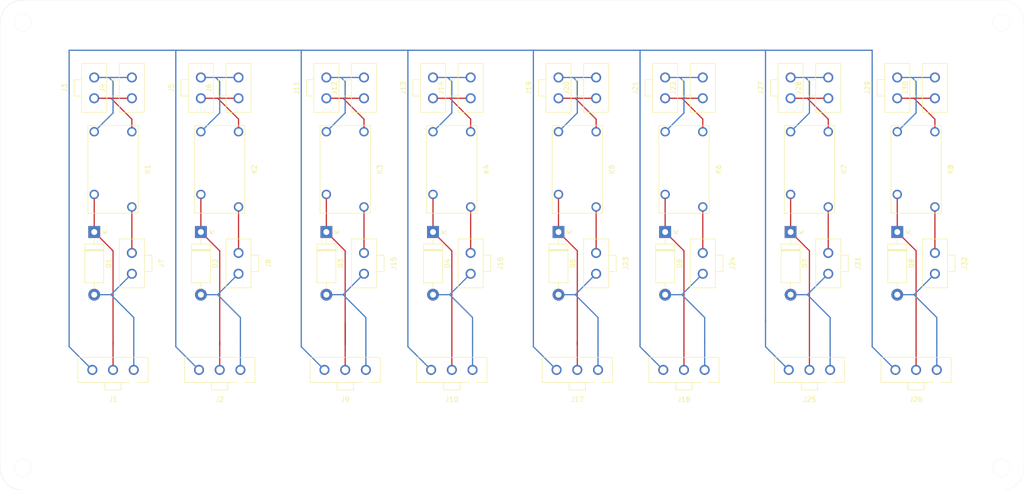
<source format=kicad_pcb>
(kicad_pcb (version 20171130) (host pcbnew "(5.1.10)-1")

  (general
    (thickness 1.6)
    (drawings 12)
    (tracks 177)
    (zones 0)
    (modules 48)
    (nets 42)
  )

  (page A4)
  (layers
    (0 F.Cu signal)
    (31 B.Cu signal)
    (32 B.Adhes user)
    (33 F.Adhes user)
    (34 B.Paste user)
    (35 F.Paste user)
    (36 B.SilkS user)
    (37 F.SilkS user)
    (38 B.Mask user)
    (39 F.Mask user)
    (40 Dwgs.User user)
    (41 Cmts.User user)
    (42 Eco1.User user)
    (43 Eco2.User user)
    (44 Edge.Cuts user)
    (45 Margin user)
    (46 B.CrtYd user)
    (47 F.CrtYd user)
    (48 B.Fab user)
    (49 F.Fab user)
  )

  (setup
    (last_trace_width 0.25)
    (trace_clearance 0.2)
    (zone_clearance 0.508)
    (zone_45_only no)
    (trace_min 0.1524)
    (via_size 0.8)
    (via_drill 0.4)
    (via_min_size 0.4)
    (via_min_drill 0.3)
    (uvia_size 0.3)
    (uvia_drill 0.1)
    (uvias_allowed no)
    (uvia_min_size 0.2)
    (uvia_min_drill 0.1)
    (edge_width 0.05)
    (segment_width 0.2)
    (pcb_text_width 0.3)
    (pcb_text_size 1.5 1.5)
    (mod_edge_width 0.12)
    (mod_text_size 1 1)
    (mod_text_width 0.15)
    (pad_size 1.524 1.524)
    (pad_drill 0.762)
    (pad_to_mask_clearance 0)
    (aux_axis_origin 0 0)
    (visible_elements 7FFFFFFF)
    (pcbplotparams
      (layerselection 0x010fc_ffffffff)
      (usegerberextensions false)
      (usegerberattributes true)
      (usegerberadvancedattributes true)
      (creategerberjobfile true)
      (excludeedgelayer true)
      (linewidth 0.100000)
      (plotframeref false)
      (viasonmask false)
      (mode 1)
      (useauxorigin false)
      (hpglpennumber 1)
      (hpglpenspeed 20)
      (hpglpendiameter 15.000000)
      (psnegative false)
      (psa4output false)
      (plotreference true)
      (plotvalue true)
      (plotinvisibletext false)
      (padsonsilk false)
      (subtractmaskfromsilk false)
      (outputformat 1)
      (mirror false)
      (drillshape 1)
      (scaleselection 1)
      (outputdirectory ""))
  )

  (net 0 "")
  (net 1 "Net-(D1-Pad2)")
  (net 2 "Net-(D1-Pad1)")
  (net 3 "Net-(D2-Pad1)")
  (net 4 "Net-(D2-Pad2)")
  (net 5 "Net-(D3-Pad2)")
  (net 6 "Net-(D3-Pad1)")
  (net 7 "Net-(D4-Pad1)")
  (net 8 "Net-(D4-Pad2)")
  (net 9 "Net-(D5-Pad1)")
  (net 10 "Net-(D5-Pad2)")
  (net 11 "Net-(D6-Pad1)")
  (net 12 "Net-(D6-Pad2)")
  (net 13 "Net-(D7-Pad2)")
  (net 14 "Net-(D7-Pad1)")
  (net 15 "Net-(D8-Pad2)")
  (net 16 "Net-(D8-Pad1)")
  (net 17 GND)
  (net 18 "Net-(J3-Pad1)")
  (net 19 "Net-(J3-Pad2)")
  (net 20 "Net-(J5-Pad1)")
  (net 21 "Net-(J5-Pad2)")
  (net 22 "Net-(J7-Pad1)")
  (net 23 "Net-(J8-Pad1)")
  (net 24 "Net-(J11-Pad2)")
  (net 25 "Net-(J11-Pad1)")
  (net 26 "Net-(J13-Pad2)")
  (net 27 "Net-(J13-Pad1)")
  (net 28 "Net-(J15-Pad1)")
  (net 29 "Net-(J16-Pad1)")
  (net 30 "Net-(J19-Pad1)")
  (net 31 "Net-(J19-Pad2)")
  (net 32 "Net-(J21-Pad2)")
  (net 33 "Net-(J21-Pad1)")
  (net 34 "Net-(J23-Pad1)")
  (net 35 "Net-(J24-Pad1)")
  (net 36 "Net-(J27-Pad2)")
  (net 37 "Net-(J27-Pad1)")
  (net 38 "Net-(J29-Pad1)")
  (net 39 "Net-(J29-Pad2)")
  (net 40 "Net-(J31-Pad1)")
  (net 41 "Net-(J32-Pad1)")

  (net_class Default "This is the default net class."
    (clearance 0.2)
    (trace_width 0.25)
    (via_dia 0.8)
    (via_drill 0.4)
    (uvia_dia 0.3)
    (uvia_drill 0.1)
    (add_net GND)
    (add_net "Net-(D1-Pad1)")
    (add_net "Net-(D1-Pad2)")
    (add_net "Net-(D2-Pad1)")
    (add_net "Net-(D2-Pad2)")
    (add_net "Net-(D3-Pad1)")
    (add_net "Net-(D3-Pad2)")
    (add_net "Net-(D4-Pad1)")
    (add_net "Net-(D4-Pad2)")
    (add_net "Net-(D5-Pad1)")
    (add_net "Net-(D5-Pad2)")
    (add_net "Net-(D6-Pad1)")
    (add_net "Net-(D6-Pad2)")
    (add_net "Net-(D7-Pad1)")
    (add_net "Net-(D7-Pad2)")
    (add_net "Net-(D8-Pad1)")
    (add_net "Net-(D8-Pad2)")
    (add_net "Net-(J11-Pad1)")
    (add_net "Net-(J11-Pad2)")
    (add_net "Net-(J13-Pad1)")
    (add_net "Net-(J13-Pad2)")
    (add_net "Net-(J15-Pad1)")
    (add_net "Net-(J16-Pad1)")
    (add_net "Net-(J19-Pad1)")
    (add_net "Net-(J19-Pad2)")
    (add_net "Net-(J21-Pad1)")
    (add_net "Net-(J21-Pad2)")
    (add_net "Net-(J23-Pad1)")
    (add_net "Net-(J24-Pad1)")
    (add_net "Net-(J27-Pad1)")
    (add_net "Net-(J27-Pad2)")
    (add_net "Net-(J29-Pad1)")
    (add_net "Net-(J29-Pad2)")
    (add_net "Net-(J3-Pad1)")
    (add_net "Net-(J3-Pad2)")
    (add_net "Net-(J31-Pad1)")
    (add_net "Net-(J32-Pad1)")
    (add_net "Net-(J5-Pad1)")
    (add_net "Net-(J5-Pad2)")
    (add_net "Net-(J7-Pad1)")
    (add_net "Net-(J8-Pad1)")
  )

  (module custom-footprint-library:0039301039 (layer F.Cu) (tedit 6129C512) (tstamp 6129FB63)
    (at 60.96 113.03 180)
    (path /6130E3AB)
    (fp_text reference J1 (at 0 -6) (layer F.SilkS)
      (effects (font (size 1 1) (thickness 0.15)))
    )
    (fp_text value 0039301039 (at -4 4) (layer F.Fab)
      (effects (font (size 1 1) (thickness 0.15)))
    )
    (fp_line (start -1.651 -4.064) (end -1.651 -2.54) (layer F.SilkS) (width 0.12))
    (fp_line (start 1.651 -4.064) (end 1.651 -2.54) (layer F.SilkS) (width 0.12))
    (fp_line (start -1.651 -4.064) (end 1.651 -4.064) (layer F.SilkS) (width 0.12))
    (fp_line (start 7.112 -2.54) (end -7.112 -2.54) (layer F.SilkS) (width 0.12))
    (fp_line (start 7.112 2.54) (end -7.112 2.54) (layer F.SilkS) (width 0.12))
    (fp_line (start 7.112 -2.54) (end 7.112 2.54) (layer F.SilkS) (width 0.12))
    (fp_line (start -7.112 -2.54) (end -7.112 2.54) (layer F.SilkS) (width 0.12))
    (pad "" np_thru_hole circle (at 2.1082 5.5372 180) (size 2.9972 2.9972) (drill 2.9972) (layers *.Cu *.Mask))
    (pad "" np_thru_hole circle (at -4.191 -3.8608 180) (size 2.9972 2.9972) (drill 2.9972) (layers *.Cu *.Mask))
    (pad 3 thru_hole circle (at 4.191 0 180) (size 2.032 2.032) (drill 1.397) (layers *.Cu *.Mask)
      (net 17 GND))
    (pad 1 thru_hole circle (at -4.191 0 180) (size 2.032 2.032) (drill 1.397) (layers *.Cu *.Mask)
      (net 1 "Net-(D1-Pad2)"))
    (pad 2 thru_hole circle (at 0 0 180) (size 2.032 2.032) (drill 1.397) (layers *.Cu *.Mask)
      (net 2 "Net-(D1-Pad1)"))
    (model "C:/Users/DasBo/OneDrive/Documents/GitHub/Instrumentation-PCB/Footprint Library/custom-footprint-library/0039301039.stp"
      (offset (xyz 0 -0.8890000000000001 0))
      (scale (xyz 1 1 1))
      (rotate (xyz -90 0 0))
    )
  )

  (module custom-footprint-library:0039301039 (layer F.Cu) (tedit 6129C512) (tstamp 6129FB73)
    (at 82.55 113.03 180)
    (path /612C9ED1)
    (fp_text reference J2 (at 0 -6) (layer F.SilkS)
      (effects (font (size 1 1) (thickness 0.15)))
    )
    (fp_text value 0039301039 (at -4 4) (layer F.Fab)
      (effects (font (size 1 1) (thickness 0.15)))
    )
    (fp_line (start -1.651 -4.064) (end -1.651 -2.54) (layer F.SilkS) (width 0.12))
    (fp_line (start 1.651 -4.064) (end 1.651 -2.54) (layer F.SilkS) (width 0.12))
    (fp_line (start -1.651 -4.064) (end 1.651 -4.064) (layer F.SilkS) (width 0.12))
    (fp_line (start 7.112 -2.54) (end -7.112 -2.54) (layer F.SilkS) (width 0.12))
    (fp_line (start 7.112 2.54) (end -7.112 2.54) (layer F.SilkS) (width 0.12))
    (fp_line (start 7.112 -2.54) (end 7.112 2.54) (layer F.SilkS) (width 0.12))
    (fp_line (start -7.112 -2.54) (end -7.112 2.54) (layer F.SilkS) (width 0.12))
    (pad "" np_thru_hole circle (at 2.1082 5.5372 180) (size 2.9972 2.9972) (drill 2.9972) (layers *.Cu *.Mask))
    (pad "" np_thru_hole circle (at -4.191 -3.8608 180) (size 2.9972 2.9972) (drill 2.9972) (layers *.Cu *.Mask))
    (pad 3 thru_hole circle (at 4.191 0 180) (size 2.032 2.032) (drill 1.397) (layers *.Cu *.Mask)
      (net 17 GND))
    (pad 1 thru_hole circle (at -4.191 0 180) (size 2.032 2.032) (drill 1.397) (layers *.Cu *.Mask)
      (net 4 "Net-(D2-Pad2)"))
    (pad 2 thru_hole circle (at 0 0 180) (size 2.032 2.032) (drill 1.397) (layers *.Cu *.Mask)
      (net 3 "Net-(D2-Pad1)"))
    (model "C:/Users/DasBo/OneDrive/Documents/GitHub/Instrumentation-PCB/Footprint Library/custom-footprint-library/0039301039.stp"
      (offset (xyz 0 -0.8890000000000001 0))
      (scale (xyz 1 1 1))
      (rotate (xyz -90 0 0))
    )
  )

  (module custom-footprint-library:0039301039 (layer F.Cu) (tedit 6129C512) (tstamp 6129FBD1)
    (at 107.95 113.03 180)
    (path /6130E345)
    (fp_text reference J9 (at 0 -6) (layer F.SilkS)
      (effects (font (size 1 1) (thickness 0.15)))
    )
    (fp_text value 0039301039 (at -4 4) (layer F.Fab)
      (effects (font (size 1 1) (thickness 0.15)))
    )
    (fp_line (start -1.651 -4.064) (end -1.651 -2.54) (layer F.SilkS) (width 0.12))
    (fp_line (start 1.651 -4.064) (end 1.651 -2.54) (layer F.SilkS) (width 0.12))
    (fp_line (start -1.651 -4.064) (end 1.651 -4.064) (layer F.SilkS) (width 0.12))
    (fp_line (start 7.112 -2.54) (end -7.112 -2.54) (layer F.SilkS) (width 0.12))
    (fp_line (start 7.112 2.54) (end -7.112 2.54) (layer F.SilkS) (width 0.12))
    (fp_line (start 7.112 -2.54) (end 7.112 2.54) (layer F.SilkS) (width 0.12))
    (fp_line (start -7.112 -2.54) (end -7.112 2.54) (layer F.SilkS) (width 0.12))
    (pad "" np_thru_hole circle (at 2.1082 5.5372 180) (size 2.9972 2.9972) (drill 2.9972) (layers *.Cu *.Mask))
    (pad "" np_thru_hole circle (at -4.191 -3.8608 180) (size 2.9972 2.9972) (drill 2.9972) (layers *.Cu *.Mask))
    (pad 3 thru_hole circle (at 4.191 0 180) (size 2.032 2.032) (drill 1.397) (layers *.Cu *.Mask)
      (net 17 GND))
    (pad 1 thru_hole circle (at -4.191 0 180) (size 2.032 2.032) (drill 1.397) (layers *.Cu *.Mask)
      (net 5 "Net-(D3-Pad2)"))
    (pad 2 thru_hole circle (at 0 0 180) (size 2.032 2.032) (drill 1.397) (layers *.Cu *.Mask)
      (net 6 "Net-(D3-Pad1)"))
    (model "C:/Users/DasBo/OneDrive/Documents/GitHub/Instrumentation-PCB/Footprint Library/custom-footprint-library/0039301039.stp"
      (offset (xyz 0 -0.8890000000000001 0))
      (scale (xyz 1 1 1))
      (rotate (xyz -90 0 0))
    )
  )

  (module custom-footprint-library:0039301039 (layer F.Cu) (tedit 6129C512) (tstamp 6129FBE1)
    (at 129.54 113.03 180)
    (path /612C9E6B)
    (fp_text reference J10 (at 0 -6) (layer F.SilkS)
      (effects (font (size 1 1) (thickness 0.15)))
    )
    (fp_text value 0039301039 (at -4 4) (layer F.Fab)
      (effects (font (size 1 1) (thickness 0.15)))
    )
    (fp_line (start -1.651 -4.064) (end -1.651 -2.54) (layer F.SilkS) (width 0.12))
    (fp_line (start 1.651 -4.064) (end 1.651 -2.54) (layer F.SilkS) (width 0.12))
    (fp_line (start -1.651 -4.064) (end 1.651 -4.064) (layer F.SilkS) (width 0.12))
    (fp_line (start 7.112 -2.54) (end -7.112 -2.54) (layer F.SilkS) (width 0.12))
    (fp_line (start 7.112 2.54) (end -7.112 2.54) (layer F.SilkS) (width 0.12))
    (fp_line (start 7.112 -2.54) (end 7.112 2.54) (layer F.SilkS) (width 0.12))
    (fp_line (start -7.112 -2.54) (end -7.112 2.54) (layer F.SilkS) (width 0.12))
    (pad "" np_thru_hole circle (at 2.1082 5.5372 180) (size 2.9972 2.9972) (drill 2.9972) (layers *.Cu *.Mask))
    (pad "" np_thru_hole circle (at -4.191 -3.8608 180) (size 2.9972 2.9972) (drill 2.9972) (layers *.Cu *.Mask))
    (pad 3 thru_hole circle (at 4.191 0 180) (size 2.032 2.032) (drill 1.397) (layers *.Cu *.Mask)
      (net 17 GND))
    (pad 1 thru_hole circle (at -4.191 0 180) (size 2.032 2.032) (drill 1.397) (layers *.Cu *.Mask)
      (net 8 "Net-(D4-Pad2)"))
    (pad 2 thru_hole circle (at 0 0 180) (size 2.032 2.032) (drill 1.397) (layers *.Cu *.Mask)
      (net 7 "Net-(D4-Pad1)"))
    (model "C:/Users/DasBo/OneDrive/Documents/GitHub/Instrumentation-PCB/Footprint Library/custom-footprint-library/0039301039.stp"
      (offset (xyz 0 -0.8890000000000001 0))
      (scale (xyz 1 1 1))
      (rotate (xyz -90 0 0))
    )
  )

  (module custom-footprint-library:0039301039 (layer F.Cu) (tedit 6129C512) (tstamp 6129FC3F)
    (at 154.94 113.03 180)
    (path /6130E2DF)
    (fp_text reference J17 (at 0 -6) (layer F.SilkS)
      (effects (font (size 1 1) (thickness 0.15)))
    )
    (fp_text value 0039301039 (at -4 4) (layer F.Fab)
      (effects (font (size 1 1) (thickness 0.15)))
    )
    (fp_line (start -1.651 -4.064) (end -1.651 -2.54) (layer F.SilkS) (width 0.12))
    (fp_line (start 1.651 -4.064) (end 1.651 -2.54) (layer F.SilkS) (width 0.12))
    (fp_line (start -1.651 -4.064) (end 1.651 -4.064) (layer F.SilkS) (width 0.12))
    (fp_line (start 7.112 -2.54) (end -7.112 -2.54) (layer F.SilkS) (width 0.12))
    (fp_line (start 7.112 2.54) (end -7.112 2.54) (layer F.SilkS) (width 0.12))
    (fp_line (start 7.112 -2.54) (end 7.112 2.54) (layer F.SilkS) (width 0.12))
    (fp_line (start -7.112 -2.54) (end -7.112 2.54) (layer F.SilkS) (width 0.12))
    (pad "" np_thru_hole circle (at 2.1082 5.5372 180) (size 2.9972 2.9972) (drill 2.9972) (layers *.Cu *.Mask))
    (pad "" np_thru_hole circle (at -4.191 -3.8608 180) (size 2.9972 2.9972) (drill 2.9972) (layers *.Cu *.Mask))
    (pad 3 thru_hole circle (at 4.191 0 180) (size 2.032 2.032) (drill 1.397) (layers *.Cu *.Mask)
      (net 17 GND))
    (pad 1 thru_hole circle (at -4.191 0 180) (size 2.032 2.032) (drill 1.397) (layers *.Cu *.Mask)
      (net 10 "Net-(D5-Pad2)"))
    (pad 2 thru_hole circle (at 0 0 180) (size 2.032 2.032) (drill 1.397) (layers *.Cu *.Mask)
      (net 9 "Net-(D5-Pad1)"))
    (model "C:/Users/DasBo/OneDrive/Documents/GitHub/Instrumentation-PCB/Footprint Library/custom-footprint-library/0039301039.stp"
      (offset (xyz 0 -0.8890000000000001 0))
      (scale (xyz 1 1 1))
      (rotate (xyz -90 0 0))
    )
  )

  (module custom-footprint-library:0039301039 (layer F.Cu) (tedit 6129C512) (tstamp 6129FC4F)
    (at 176.53 113.03 180)
    (path /612A3677)
    (fp_text reference J18 (at 0 -6) (layer F.SilkS)
      (effects (font (size 1 1) (thickness 0.15)))
    )
    (fp_text value 0039301039 (at -4 4) (layer F.Fab)
      (effects (font (size 1 1) (thickness 0.15)))
    )
    (fp_line (start -1.651 -4.064) (end -1.651 -2.54) (layer F.SilkS) (width 0.12))
    (fp_line (start 1.651 -4.064) (end 1.651 -2.54) (layer F.SilkS) (width 0.12))
    (fp_line (start -1.651 -4.064) (end 1.651 -4.064) (layer F.SilkS) (width 0.12))
    (fp_line (start 7.112 -2.54) (end -7.112 -2.54) (layer F.SilkS) (width 0.12))
    (fp_line (start 7.112 2.54) (end -7.112 2.54) (layer F.SilkS) (width 0.12))
    (fp_line (start 7.112 -2.54) (end 7.112 2.54) (layer F.SilkS) (width 0.12))
    (fp_line (start -7.112 -2.54) (end -7.112 2.54) (layer F.SilkS) (width 0.12))
    (pad "" np_thru_hole circle (at 2.1082 5.5372 180) (size 2.9972 2.9972) (drill 2.9972) (layers *.Cu *.Mask))
    (pad "" np_thru_hole circle (at -4.191 -3.8608 180) (size 2.9972 2.9972) (drill 2.9972) (layers *.Cu *.Mask))
    (pad 3 thru_hole circle (at 4.191 0 180) (size 2.032 2.032) (drill 1.397) (layers *.Cu *.Mask)
      (net 17 GND))
    (pad 1 thru_hole circle (at -4.191 0 180) (size 2.032 2.032) (drill 1.397) (layers *.Cu *.Mask)
      (net 12 "Net-(D6-Pad2)"))
    (pad 2 thru_hole circle (at 0 0 180) (size 2.032 2.032) (drill 1.397) (layers *.Cu *.Mask)
      (net 11 "Net-(D6-Pad1)"))
    (model "C:/Users/DasBo/OneDrive/Documents/GitHub/Instrumentation-PCB/Footprint Library/custom-footprint-library/0039301039.stp"
      (offset (xyz 0 -0.8890000000000001 0))
      (scale (xyz 1 1 1))
      (rotate (xyz -90 0 0))
    )
  )

  (module custom-footprint-library:0039301039 (layer F.Cu) (tedit 6129C512) (tstamp 6129FCAD)
    (at 201.93 113.03 180)
    (path /6130E279)
    (fp_text reference J25 (at 0 -6) (layer F.SilkS)
      (effects (font (size 1 1) (thickness 0.15)))
    )
    (fp_text value 0039301039 (at -4 4) (layer F.Fab)
      (effects (font (size 1 1) (thickness 0.15)))
    )
    (fp_line (start -1.651 -4.064) (end -1.651 -2.54) (layer F.SilkS) (width 0.12))
    (fp_line (start 1.651 -4.064) (end 1.651 -2.54) (layer F.SilkS) (width 0.12))
    (fp_line (start -1.651 -4.064) (end 1.651 -4.064) (layer F.SilkS) (width 0.12))
    (fp_line (start 7.112 -2.54) (end -7.112 -2.54) (layer F.SilkS) (width 0.12))
    (fp_line (start 7.112 2.54) (end -7.112 2.54) (layer F.SilkS) (width 0.12))
    (fp_line (start 7.112 -2.54) (end 7.112 2.54) (layer F.SilkS) (width 0.12))
    (fp_line (start -7.112 -2.54) (end -7.112 2.54) (layer F.SilkS) (width 0.12))
    (pad "" np_thru_hole circle (at 2.1082 5.5372 180) (size 2.9972 2.9972) (drill 2.9972) (layers *.Cu *.Mask))
    (pad "" np_thru_hole circle (at -4.191 -3.8608 180) (size 2.9972 2.9972) (drill 2.9972) (layers *.Cu *.Mask))
    (pad 3 thru_hole circle (at 4.191 0 180) (size 2.032 2.032) (drill 1.397) (layers *.Cu *.Mask)
      (net 17 GND))
    (pad 1 thru_hole circle (at -4.191 0 180) (size 2.032 2.032) (drill 1.397) (layers *.Cu *.Mask)
      (net 13 "Net-(D7-Pad2)"))
    (pad 2 thru_hole circle (at 0 0 180) (size 2.032 2.032) (drill 1.397) (layers *.Cu *.Mask)
      (net 14 "Net-(D7-Pad1)"))
    (model "C:/Users/DasBo/OneDrive/Documents/GitHub/Instrumentation-PCB/Footprint Library/custom-footprint-library/0039301039.stp"
      (offset (xyz 0 -0.8890000000000001 0))
      (scale (xyz 1 1 1))
      (rotate (xyz -90 0 0))
    )
  )

  (module custom-footprint-library:0039301039 (layer F.Cu) (tedit 6129C512) (tstamp 6129FCBD)
    (at 223.52 113.03 180)
    (path /613530A2)
    (fp_text reference J26 (at 0 -6) (layer F.SilkS)
      (effects (font (size 1 1) (thickness 0.15)))
    )
    (fp_text value 0039301039 (at -4 4) (layer F.Fab)
      (effects (font (size 1 1) (thickness 0.15)))
    )
    (fp_line (start -1.651 -4.064) (end -1.651 -2.54) (layer F.SilkS) (width 0.12))
    (fp_line (start 1.651 -4.064) (end 1.651 -2.54) (layer F.SilkS) (width 0.12))
    (fp_line (start -1.651 -4.064) (end 1.651 -4.064) (layer F.SilkS) (width 0.12))
    (fp_line (start 7.112 -2.54) (end -7.112 -2.54) (layer F.SilkS) (width 0.12))
    (fp_line (start 7.112 2.54) (end -7.112 2.54) (layer F.SilkS) (width 0.12))
    (fp_line (start 7.112 -2.54) (end 7.112 2.54) (layer F.SilkS) (width 0.12))
    (fp_line (start -7.112 -2.54) (end -7.112 2.54) (layer F.SilkS) (width 0.12))
    (pad "" np_thru_hole circle (at 2.1082 5.5372 180) (size 2.9972 2.9972) (drill 2.9972) (layers *.Cu *.Mask))
    (pad "" np_thru_hole circle (at -4.191 -3.8608 180) (size 2.9972 2.9972) (drill 2.9972) (layers *.Cu *.Mask))
    (pad 3 thru_hole circle (at 4.191 0 180) (size 2.032 2.032) (drill 1.397) (layers *.Cu *.Mask)
      (net 17 GND))
    (pad 1 thru_hole circle (at -4.191 0 180) (size 2.032 2.032) (drill 1.397) (layers *.Cu *.Mask)
      (net 15 "Net-(D8-Pad2)"))
    (pad 2 thru_hole circle (at 0 0 180) (size 2.032 2.032) (drill 1.397) (layers *.Cu *.Mask)
      (net 16 "Net-(D8-Pad1)"))
    (model "C:/Users/DasBo/OneDrive/Documents/GitHub/Instrumentation-PCB/Footprint Library/custom-footprint-library/0039301039.stp"
      (offset (xyz 0 -0.8890000000000001 0))
      (scale (xyz 1 1 1))
      (rotate (xyz -90 0 0))
    )
  )

  (module custom-footprint-library:0039281023 (layer F.Cu) (tedit 6129C281) (tstamp 6129FBB4)
    (at 64.77 91.44 270)
    (path /6130E396)
    (fp_text reference J7 (at 0 -6 90) (layer F.SilkS)
      (effects (font (size 1 1) (thickness 0.15)))
    )
    (fp_text value 0039281023 (at 0 4 90) (layer F.Fab)
      (effects (font (size 1 1) (thickness 0.15)))
    )
    (fp_line (start 4.953 -2.54) (end -4.953 -2.54) (layer F.SilkS) (width 0.12))
    (fp_line (start 4.953 2.54) (end -4.953 2.54) (layer F.SilkS) (width 0.12))
    (fp_line (start 4.953 -2.54) (end 4.953 2.54) (layer F.SilkS) (width 0.12))
    (fp_line (start -4.953 -2.54) (end -4.953 2.54) (layer F.SilkS) (width 0.12))
    (fp_line (start -1.651 -4.064) (end 1.651 -4.064) (layer F.SilkS) (width 0.12))
    (fp_line (start 1.651 -4.064) (end 1.651 -2.54) (layer F.SilkS) (width 0.12))
    (fp_line (start -1.651 -4.064) (end -1.651 -2.54) (layer F.SilkS) (width 0.12))
    (pad 1 thru_hole circle (at -2.1082 0 270) (size 2.032 2.032) (drill 1.397) (layers *.Cu *.Mask)
      (net 22 "Net-(J7-Pad1)"))
    (pad 2 thru_hole circle (at 2.1082 0 270) (size 2.032 2.032) (drill 1.397) (layers *.Cu *.Mask)
      (net 1 "Net-(D1-Pad2)"))
    (model "C:/Users/DasBo/OneDrive/Documents/GitHub/Instrumentation-PCB/Footprint Library/custom-footprint-library/0039281023_stp.stp"
      (at (xyz 0 0 0))
      (scale (xyz 1 1 1))
      (rotate (xyz -90 0 90))
    )
  )

  (module custom-footprint-library:0039281023 (layer F.Cu) (tedit 6129C281) (tstamp 6129FB80)
    (at 57.15 55.88 90)
    (path /6130E37E)
    (fp_text reference J3 (at 0 -6 90) (layer F.SilkS)
      (effects (font (size 1 1) (thickness 0.15)))
    )
    (fp_text value 0039281023 (at 0 4 90) (layer F.Fab)
      (effects (font (size 1 1) (thickness 0.15)))
    )
    (fp_line (start 4.953 -2.54) (end -4.953 -2.54) (layer F.SilkS) (width 0.12))
    (fp_line (start 4.953 2.54) (end -4.953 2.54) (layer F.SilkS) (width 0.12))
    (fp_line (start 4.953 -2.54) (end 4.953 2.54) (layer F.SilkS) (width 0.12))
    (fp_line (start -4.953 -2.54) (end -4.953 2.54) (layer F.SilkS) (width 0.12))
    (fp_line (start -1.651 -4.064) (end 1.651 -4.064) (layer F.SilkS) (width 0.12))
    (fp_line (start 1.651 -4.064) (end 1.651 -2.54) (layer F.SilkS) (width 0.12))
    (fp_line (start -1.651 -4.064) (end -1.651 -2.54) (layer F.SilkS) (width 0.12))
    (pad 1 thru_hole circle (at -2.1082 0 90) (size 2.032 2.032) (drill 1.397) (layers *.Cu *.Mask)
      (net 18 "Net-(J3-Pad1)"))
    (pad 2 thru_hole circle (at 2.1082 0 90) (size 2.032 2.032) (drill 1.397) (layers *.Cu *.Mask)
      (net 19 "Net-(J3-Pad2)"))
    (model "C:/Users/DasBo/OneDrive/Documents/GitHub/Instrumentation-PCB/Footprint Library/custom-footprint-library/0039281023_stp.stp"
      (at (xyz 0 0 0))
      (scale (xyz 1 1 1))
      (rotate (xyz -90 0 90))
    )
  )

  (module custom-footprint-library:0039281023 (layer F.Cu) (tedit 6129C281) (tstamp 6129FB8D)
    (at 64.77 55.88 90)
    (path /6130E374)
    (fp_text reference J4 (at 0 -6 90) (layer F.SilkS)
      (effects (font (size 1 1) (thickness 0.15)))
    )
    (fp_text value 0039281023 (at 0 4 90) (layer F.Fab)
      (effects (font (size 1 1) (thickness 0.15)))
    )
    (fp_line (start 4.953 -2.54) (end -4.953 -2.54) (layer F.SilkS) (width 0.12))
    (fp_line (start 4.953 2.54) (end -4.953 2.54) (layer F.SilkS) (width 0.12))
    (fp_line (start 4.953 -2.54) (end 4.953 2.54) (layer F.SilkS) (width 0.12))
    (fp_line (start -4.953 -2.54) (end -4.953 2.54) (layer F.SilkS) (width 0.12))
    (fp_line (start -1.651 -4.064) (end 1.651 -4.064) (layer F.SilkS) (width 0.12))
    (fp_line (start 1.651 -4.064) (end 1.651 -2.54) (layer F.SilkS) (width 0.12))
    (fp_line (start -1.651 -4.064) (end -1.651 -2.54) (layer F.SilkS) (width 0.12))
    (pad 1 thru_hole circle (at -2.1082 0 90) (size 2.032 2.032) (drill 1.397) (layers *.Cu *.Mask)
      (net 18 "Net-(J3-Pad1)"))
    (pad 2 thru_hole circle (at 2.1082 0 90) (size 2.032 2.032) (drill 1.397) (layers *.Cu *.Mask)
      (net 19 "Net-(J3-Pad2)"))
    (model "C:/Users/DasBo/OneDrive/Documents/GitHub/Instrumentation-PCB/Footprint Library/custom-footprint-library/0039281023_stp.stp"
      (at (xyz 0 0 0))
      (scale (xyz 1 1 1))
      (rotate (xyz -90 0 90))
    )
  )

  (module custom-footprint-library:0039281023 (layer F.Cu) (tedit 6129C281) (tstamp 6129FB9A)
    (at 78.74 55.88 90)
    (path /612C9EA4)
    (fp_text reference J5 (at 0 -6 90) (layer F.SilkS)
      (effects (font (size 1 1) (thickness 0.15)))
    )
    (fp_text value 0039281023 (at 0 4 90) (layer F.Fab)
      (effects (font (size 1 1) (thickness 0.15)))
    )
    (fp_line (start 4.953 -2.54) (end -4.953 -2.54) (layer F.SilkS) (width 0.12))
    (fp_line (start 4.953 2.54) (end -4.953 2.54) (layer F.SilkS) (width 0.12))
    (fp_line (start 4.953 -2.54) (end 4.953 2.54) (layer F.SilkS) (width 0.12))
    (fp_line (start -4.953 -2.54) (end -4.953 2.54) (layer F.SilkS) (width 0.12))
    (fp_line (start -1.651 -4.064) (end 1.651 -4.064) (layer F.SilkS) (width 0.12))
    (fp_line (start 1.651 -4.064) (end 1.651 -2.54) (layer F.SilkS) (width 0.12))
    (fp_line (start -1.651 -4.064) (end -1.651 -2.54) (layer F.SilkS) (width 0.12))
    (pad 1 thru_hole circle (at -2.1082 0 90) (size 2.032 2.032) (drill 1.397) (layers *.Cu *.Mask)
      (net 20 "Net-(J5-Pad1)"))
    (pad 2 thru_hole circle (at 2.1082 0 90) (size 2.032 2.032) (drill 1.397) (layers *.Cu *.Mask)
      (net 21 "Net-(J5-Pad2)"))
    (model "C:/Users/DasBo/OneDrive/Documents/GitHub/Instrumentation-PCB/Footprint Library/custom-footprint-library/0039281023_stp.stp"
      (at (xyz 0 0 0))
      (scale (xyz 1 1 1))
      (rotate (xyz -90 0 90))
    )
  )

  (module custom-footprint-library:0039281023 (layer F.Cu) (tedit 6129C281) (tstamp 6129FBC1)
    (at 86.36 91.44 270)
    (path /612C9EBC)
    (fp_text reference J8 (at 0 -6 90) (layer F.SilkS)
      (effects (font (size 1 1) (thickness 0.15)))
    )
    (fp_text value 0039281023 (at 0 4 90) (layer F.Fab)
      (effects (font (size 1 1) (thickness 0.15)))
    )
    (fp_line (start 4.953 -2.54) (end -4.953 -2.54) (layer F.SilkS) (width 0.12))
    (fp_line (start 4.953 2.54) (end -4.953 2.54) (layer F.SilkS) (width 0.12))
    (fp_line (start 4.953 -2.54) (end 4.953 2.54) (layer F.SilkS) (width 0.12))
    (fp_line (start -4.953 -2.54) (end -4.953 2.54) (layer F.SilkS) (width 0.12))
    (fp_line (start -1.651 -4.064) (end 1.651 -4.064) (layer F.SilkS) (width 0.12))
    (fp_line (start 1.651 -4.064) (end 1.651 -2.54) (layer F.SilkS) (width 0.12))
    (fp_line (start -1.651 -4.064) (end -1.651 -2.54) (layer F.SilkS) (width 0.12))
    (pad 1 thru_hole circle (at -2.1082 0 270) (size 2.032 2.032) (drill 1.397) (layers *.Cu *.Mask)
      (net 23 "Net-(J8-Pad1)"))
    (pad 2 thru_hole circle (at 2.1082 0 270) (size 2.032 2.032) (drill 1.397) (layers *.Cu *.Mask)
      (net 4 "Net-(D2-Pad2)"))
    (model "C:/Users/DasBo/OneDrive/Documents/GitHub/Instrumentation-PCB/Footprint Library/custom-footprint-library/0039281023_stp.stp"
      (at (xyz 0 0 0))
      (scale (xyz 1 1 1))
      (rotate (xyz -90 0 90))
    )
  )

  (module custom-footprint-library:0039281023 (layer F.Cu) (tedit 6129C281) (tstamp 6129FBA7)
    (at 86.36 55.88 90)
    (path /612C9E9A)
    (fp_text reference J6 (at 0 -6 90) (layer F.SilkS)
      (effects (font (size 1 1) (thickness 0.15)))
    )
    (fp_text value 0039281023 (at 0 4 90) (layer F.Fab)
      (effects (font (size 1 1) (thickness 0.15)))
    )
    (fp_line (start 4.953 -2.54) (end -4.953 -2.54) (layer F.SilkS) (width 0.12))
    (fp_line (start 4.953 2.54) (end -4.953 2.54) (layer F.SilkS) (width 0.12))
    (fp_line (start 4.953 -2.54) (end 4.953 2.54) (layer F.SilkS) (width 0.12))
    (fp_line (start -4.953 -2.54) (end -4.953 2.54) (layer F.SilkS) (width 0.12))
    (fp_line (start -1.651 -4.064) (end 1.651 -4.064) (layer F.SilkS) (width 0.12))
    (fp_line (start 1.651 -4.064) (end 1.651 -2.54) (layer F.SilkS) (width 0.12))
    (fp_line (start -1.651 -4.064) (end -1.651 -2.54) (layer F.SilkS) (width 0.12))
    (pad 1 thru_hole circle (at -2.1082 0 90) (size 2.032 2.032) (drill 1.397) (layers *.Cu *.Mask)
      (net 20 "Net-(J5-Pad1)"))
    (pad 2 thru_hole circle (at 2.1082 0 90) (size 2.032 2.032) (drill 1.397) (layers *.Cu *.Mask)
      (net 21 "Net-(J5-Pad2)"))
    (model "C:/Users/DasBo/OneDrive/Documents/GitHub/Instrumentation-PCB/Footprint Library/custom-footprint-library/0039281023_stp.stp"
      (at (xyz 0 0 0))
      (scale (xyz 1 1 1))
      (rotate (xyz -90 0 90))
    )
  )

  (module custom-footprint-library:0039281023 (layer F.Cu) (tedit 6129C281) (tstamp 6129FC22)
    (at 111.76 91.44 270)
    (path /6130E330)
    (fp_text reference J15 (at 0 -6 90) (layer F.SilkS)
      (effects (font (size 1 1) (thickness 0.15)))
    )
    (fp_text value 0039281023 (at 0 4 90) (layer F.Fab)
      (effects (font (size 1 1) (thickness 0.15)))
    )
    (fp_line (start 4.953 -2.54) (end -4.953 -2.54) (layer F.SilkS) (width 0.12))
    (fp_line (start 4.953 2.54) (end -4.953 2.54) (layer F.SilkS) (width 0.12))
    (fp_line (start 4.953 -2.54) (end 4.953 2.54) (layer F.SilkS) (width 0.12))
    (fp_line (start -4.953 -2.54) (end -4.953 2.54) (layer F.SilkS) (width 0.12))
    (fp_line (start -1.651 -4.064) (end 1.651 -4.064) (layer F.SilkS) (width 0.12))
    (fp_line (start 1.651 -4.064) (end 1.651 -2.54) (layer F.SilkS) (width 0.12))
    (fp_line (start -1.651 -4.064) (end -1.651 -2.54) (layer F.SilkS) (width 0.12))
    (pad 1 thru_hole circle (at -2.1082 0 270) (size 2.032 2.032) (drill 1.397) (layers *.Cu *.Mask)
      (net 28 "Net-(J15-Pad1)"))
    (pad 2 thru_hole circle (at 2.1082 0 270) (size 2.032 2.032) (drill 1.397) (layers *.Cu *.Mask)
      (net 5 "Net-(D3-Pad2)"))
    (model "C:/Users/DasBo/OneDrive/Documents/GitHub/Instrumentation-PCB/Footprint Library/custom-footprint-library/0039281023_stp.stp"
      (at (xyz 0 0 0))
      (scale (xyz 1 1 1))
      (rotate (xyz -90 0 90))
    )
  )

  (module custom-footprint-library:0039281023 (layer F.Cu) (tedit 6129C281) (tstamp 6129FBEE)
    (at 104.14 55.88 90)
    (path /6130E318)
    (fp_text reference J11 (at 0 -6 90) (layer F.SilkS)
      (effects (font (size 1 1) (thickness 0.15)))
    )
    (fp_text value 0039281023 (at 0 4 90) (layer F.Fab)
      (effects (font (size 1 1) (thickness 0.15)))
    )
    (fp_line (start 4.953 -2.54) (end -4.953 -2.54) (layer F.SilkS) (width 0.12))
    (fp_line (start 4.953 2.54) (end -4.953 2.54) (layer F.SilkS) (width 0.12))
    (fp_line (start 4.953 -2.54) (end 4.953 2.54) (layer F.SilkS) (width 0.12))
    (fp_line (start -4.953 -2.54) (end -4.953 2.54) (layer F.SilkS) (width 0.12))
    (fp_line (start -1.651 -4.064) (end 1.651 -4.064) (layer F.SilkS) (width 0.12))
    (fp_line (start 1.651 -4.064) (end 1.651 -2.54) (layer F.SilkS) (width 0.12))
    (fp_line (start -1.651 -4.064) (end -1.651 -2.54) (layer F.SilkS) (width 0.12))
    (pad 1 thru_hole circle (at -2.1082 0 90) (size 2.032 2.032) (drill 1.397) (layers *.Cu *.Mask)
      (net 25 "Net-(J11-Pad1)"))
    (pad 2 thru_hole circle (at 2.1082 0 90) (size 2.032 2.032) (drill 1.397) (layers *.Cu *.Mask)
      (net 24 "Net-(J11-Pad2)"))
    (model "C:/Users/DasBo/OneDrive/Documents/GitHub/Instrumentation-PCB/Footprint Library/custom-footprint-library/0039281023_stp.stp"
      (at (xyz 0 0 0))
      (scale (xyz 1 1 1))
      (rotate (xyz -90 0 90))
    )
  )

  (module custom-footprint-library:0039281023 (layer F.Cu) (tedit 6129C281) (tstamp 6129FBFB)
    (at 111.76 55.88 90)
    (path /6130E30E)
    (fp_text reference J12 (at 0 -6 90) (layer F.SilkS)
      (effects (font (size 1 1) (thickness 0.15)))
    )
    (fp_text value 0039281023 (at 0 4 90) (layer F.Fab)
      (effects (font (size 1 1) (thickness 0.15)))
    )
    (fp_line (start 4.953 -2.54) (end -4.953 -2.54) (layer F.SilkS) (width 0.12))
    (fp_line (start 4.953 2.54) (end -4.953 2.54) (layer F.SilkS) (width 0.12))
    (fp_line (start 4.953 -2.54) (end 4.953 2.54) (layer F.SilkS) (width 0.12))
    (fp_line (start -4.953 -2.54) (end -4.953 2.54) (layer F.SilkS) (width 0.12))
    (fp_line (start -1.651 -4.064) (end 1.651 -4.064) (layer F.SilkS) (width 0.12))
    (fp_line (start 1.651 -4.064) (end 1.651 -2.54) (layer F.SilkS) (width 0.12))
    (fp_line (start -1.651 -4.064) (end -1.651 -2.54) (layer F.SilkS) (width 0.12))
    (pad 1 thru_hole circle (at -2.1082 0 90) (size 2.032 2.032) (drill 1.397) (layers *.Cu *.Mask)
      (net 25 "Net-(J11-Pad1)"))
    (pad 2 thru_hole circle (at 2.1082 0 90) (size 2.032 2.032) (drill 1.397) (layers *.Cu *.Mask)
      (net 24 "Net-(J11-Pad2)"))
    (model "C:/Users/DasBo/OneDrive/Documents/GitHub/Instrumentation-PCB/Footprint Library/custom-footprint-library/0039281023_stp.stp"
      (at (xyz 0 0 0))
      (scale (xyz 1 1 1))
      (rotate (xyz -90 0 90))
    )
  )

  (module custom-footprint-library:0039281023 (layer F.Cu) (tedit 6129C281) (tstamp 6129FC08)
    (at 125.73 55.88 90)
    (path /612C9E3E)
    (fp_text reference J13 (at 0 -6 90) (layer F.SilkS)
      (effects (font (size 1 1) (thickness 0.15)))
    )
    (fp_text value 0039281023 (at 0 4 90) (layer F.Fab)
      (effects (font (size 1 1) (thickness 0.15)))
    )
    (fp_line (start 4.953 -2.54) (end -4.953 -2.54) (layer F.SilkS) (width 0.12))
    (fp_line (start 4.953 2.54) (end -4.953 2.54) (layer F.SilkS) (width 0.12))
    (fp_line (start 4.953 -2.54) (end 4.953 2.54) (layer F.SilkS) (width 0.12))
    (fp_line (start -4.953 -2.54) (end -4.953 2.54) (layer F.SilkS) (width 0.12))
    (fp_line (start -1.651 -4.064) (end 1.651 -4.064) (layer F.SilkS) (width 0.12))
    (fp_line (start 1.651 -4.064) (end 1.651 -2.54) (layer F.SilkS) (width 0.12))
    (fp_line (start -1.651 -4.064) (end -1.651 -2.54) (layer F.SilkS) (width 0.12))
    (pad 1 thru_hole circle (at -2.1082 0 90) (size 2.032 2.032) (drill 1.397) (layers *.Cu *.Mask)
      (net 27 "Net-(J13-Pad1)"))
    (pad 2 thru_hole circle (at 2.1082 0 90) (size 2.032 2.032) (drill 1.397) (layers *.Cu *.Mask)
      (net 26 "Net-(J13-Pad2)"))
    (model "C:/Users/DasBo/OneDrive/Documents/GitHub/Instrumentation-PCB/Footprint Library/custom-footprint-library/0039281023_stp.stp"
      (at (xyz 0 0 0))
      (scale (xyz 1 1 1))
      (rotate (xyz -90 0 90))
    )
  )

  (module custom-footprint-library:0039281023 (layer F.Cu) (tedit 6129C281) (tstamp 6129FC15)
    (at 133.35 55.88 90)
    (path /612C9E34)
    (fp_text reference J14 (at 0 -6 90) (layer F.SilkS)
      (effects (font (size 1 1) (thickness 0.15)))
    )
    (fp_text value 0039281023 (at 0 4 90) (layer F.Fab)
      (effects (font (size 1 1) (thickness 0.15)))
    )
    (fp_line (start 4.953 -2.54) (end -4.953 -2.54) (layer F.SilkS) (width 0.12))
    (fp_line (start 4.953 2.54) (end -4.953 2.54) (layer F.SilkS) (width 0.12))
    (fp_line (start 4.953 -2.54) (end 4.953 2.54) (layer F.SilkS) (width 0.12))
    (fp_line (start -4.953 -2.54) (end -4.953 2.54) (layer F.SilkS) (width 0.12))
    (fp_line (start -1.651 -4.064) (end 1.651 -4.064) (layer F.SilkS) (width 0.12))
    (fp_line (start 1.651 -4.064) (end 1.651 -2.54) (layer F.SilkS) (width 0.12))
    (fp_line (start -1.651 -4.064) (end -1.651 -2.54) (layer F.SilkS) (width 0.12))
    (pad 1 thru_hole circle (at -2.1082 0 90) (size 2.032 2.032) (drill 1.397) (layers *.Cu *.Mask)
      (net 27 "Net-(J13-Pad1)"))
    (pad 2 thru_hole circle (at 2.1082 0 90) (size 2.032 2.032) (drill 1.397) (layers *.Cu *.Mask)
      (net 26 "Net-(J13-Pad2)"))
    (model "C:/Users/DasBo/OneDrive/Documents/GitHub/Instrumentation-PCB/Footprint Library/custom-footprint-library/0039281023_stp.stp"
      (at (xyz 0 0 0))
      (scale (xyz 1 1 1))
      (rotate (xyz -90 0 90))
    )
  )

  (module custom-footprint-library:0039281023 (layer F.Cu) (tedit 6129C281) (tstamp 6129FC2F)
    (at 133.35 91.44 270)
    (path /612C9E56)
    (fp_text reference J16 (at 0 -6 90) (layer F.SilkS)
      (effects (font (size 1 1) (thickness 0.15)))
    )
    (fp_text value 0039281023 (at 0 4 90) (layer F.Fab)
      (effects (font (size 1 1) (thickness 0.15)))
    )
    (fp_line (start 4.953 -2.54) (end -4.953 -2.54) (layer F.SilkS) (width 0.12))
    (fp_line (start 4.953 2.54) (end -4.953 2.54) (layer F.SilkS) (width 0.12))
    (fp_line (start 4.953 -2.54) (end 4.953 2.54) (layer F.SilkS) (width 0.12))
    (fp_line (start -4.953 -2.54) (end -4.953 2.54) (layer F.SilkS) (width 0.12))
    (fp_line (start -1.651 -4.064) (end 1.651 -4.064) (layer F.SilkS) (width 0.12))
    (fp_line (start 1.651 -4.064) (end 1.651 -2.54) (layer F.SilkS) (width 0.12))
    (fp_line (start -1.651 -4.064) (end -1.651 -2.54) (layer F.SilkS) (width 0.12))
    (pad 1 thru_hole circle (at -2.1082 0 270) (size 2.032 2.032) (drill 1.397) (layers *.Cu *.Mask)
      (net 29 "Net-(J16-Pad1)"))
    (pad 2 thru_hole circle (at 2.1082 0 270) (size 2.032 2.032) (drill 1.397) (layers *.Cu *.Mask)
      (net 8 "Net-(D4-Pad2)"))
    (model "C:/Users/DasBo/OneDrive/Documents/GitHub/Instrumentation-PCB/Footprint Library/custom-footprint-library/0039281023_stp.stp"
      (at (xyz 0 0 0))
      (scale (xyz 1 1 1))
      (rotate (xyz -90 0 90))
    )
  )

  (module custom-footprint-library:0039281023 (layer F.Cu) (tedit 6129C281) (tstamp 6129FC90)
    (at 158.75 91.44 270)
    (path /6130E2CA)
    (fp_text reference J23 (at 0 -6 90) (layer F.SilkS)
      (effects (font (size 1 1) (thickness 0.15)))
    )
    (fp_text value 0039281023 (at 0 4 90) (layer F.Fab)
      (effects (font (size 1 1) (thickness 0.15)))
    )
    (fp_line (start 4.953 -2.54) (end -4.953 -2.54) (layer F.SilkS) (width 0.12))
    (fp_line (start 4.953 2.54) (end -4.953 2.54) (layer F.SilkS) (width 0.12))
    (fp_line (start 4.953 -2.54) (end 4.953 2.54) (layer F.SilkS) (width 0.12))
    (fp_line (start -4.953 -2.54) (end -4.953 2.54) (layer F.SilkS) (width 0.12))
    (fp_line (start -1.651 -4.064) (end 1.651 -4.064) (layer F.SilkS) (width 0.12))
    (fp_line (start 1.651 -4.064) (end 1.651 -2.54) (layer F.SilkS) (width 0.12))
    (fp_line (start -1.651 -4.064) (end -1.651 -2.54) (layer F.SilkS) (width 0.12))
    (pad 1 thru_hole circle (at -2.1082 0 270) (size 2.032 2.032) (drill 1.397) (layers *.Cu *.Mask)
      (net 34 "Net-(J23-Pad1)"))
    (pad 2 thru_hole circle (at 2.1082 0 270) (size 2.032 2.032) (drill 1.397) (layers *.Cu *.Mask)
      (net 10 "Net-(D5-Pad2)"))
    (model "C:/Users/DasBo/OneDrive/Documents/GitHub/Instrumentation-PCB/Footprint Library/custom-footprint-library/0039281023_stp.stp"
      (at (xyz 0 0 0))
      (scale (xyz 1 1 1))
      (rotate (xyz -90 0 90))
    )
  )

  (module custom-footprint-library:0039281023 (layer F.Cu) (tedit 6129C281) (tstamp 6129FC5C)
    (at 151.13 55.88 90)
    (path /6130E2B2)
    (fp_text reference J19 (at 0 -6 90) (layer F.SilkS)
      (effects (font (size 1 1) (thickness 0.15)))
    )
    (fp_text value 0039281023 (at 0 4 90) (layer F.Fab)
      (effects (font (size 1 1) (thickness 0.15)))
    )
    (fp_line (start 4.953 -2.54) (end -4.953 -2.54) (layer F.SilkS) (width 0.12))
    (fp_line (start 4.953 2.54) (end -4.953 2.54) (layer F.SilkS) (width 0.12))
    (fp_line (start 4.953 -2.54) (end 4.953 2.54) (layer F.SilkS) (width 0.12))
    (fp_line (start -4.953 -2.54) (end -4.953 2.54) (layer F.SilkS) (width 0.12))
    (fp_line (start -1.651 -4.064) (end 1.651 -4.064) (layer F.SilkS) (width 0.12))
    (fp_line (start 1.651 -4.064) (end 1.651 -2.54) (layer F.SilkS) (width 0.12))
    (fp_line (start -1.651 -4.064) (end -1.651 -2.54) (layer F.SilkS) (width 0.12))
    (pad 1 thru_hole circle (at -2.1082 0 90) (size 2.032 2.032) (drill 1.397) (layers *.Cu *.Mask)
      (net 30 "Net-(J19-Pad1)"))
    (pad 2 thru_hole circle (at 2.1082 0 90) (size 2.032 2.032) (drill 1.397) (layers *.Cu *.Mask)
      (net 31 "Net-(J19-Pad2)"))
    (model "C:/Users/DasBo/OneDrive/Documents/GitHub/Instrumentation-PCB/Footprint Library/custom-footprint-library/0039281023_stp.stp"
      (at (xyz 0 0 0))
      (scale (xyz 1 1 1))
      (rotate (xyz -90 0 90))
    )
  )

  (module custom-footprint-library:0039281023 (layer F.Cu) (tedit 6129C281) (tstamp 6129FC69)
    (at 158.75 55.88 90)
    (path /6130E2A8)
    (fp_text reference J20 (at 0 -6 90) (layer F.SilkS)
      (effects (font (size 1 1) (thickness 0.15)))
    )
    (fp_text value 0039281023 (at 0 4 90) (layer F.Fab)
      (effects (font (size 1 1) (thickness 0.15)))
    )
    (fp_line (start 4.953 -2.54) (end -4.953 -2.54) (layer F.SilkS) (width 0.12))
    (fp_line (start 4.953 2.54) (end -4.953 2.54) (layer F.SilkS) (width 0.12))
    (fp_line (start 4.953 -2.54) (end 4.953 2.54) (layer F.SilkS) (width 0.12))
    (fp_line (start -4.953 -2.54) (end -4.953 2.54) (layer F.SilkS) (width 0.12))
    (fp_line (start -1.651 -4.064) (end 1.651 -4.064) (layer F.SilkS) (width 0.12))
    (fp_line (start 1.651 -4.064) (end 1.651 -2.54) (layer F.SilkS) (width 0.12))
    (fp_line (start -1.651 -4.064) (end -1.651 -2.54) (layer F.SilkS) (width 0.12))
    (pad 1 thru_hole circle (at -2.1082 0 90) (size 2.032 2.032) (drill 1.397) (layers *.Cu *.Mask)
      (net 30 "Net-(J19-Pad1)"))
    (pad 2 thru_hole circle (at 2.1082 0 90) (size 2.032 2.032) (drill 1.397) (layers *.Cu *.Mask)
      (net 31 "Net-(J19-Pad2)"))
    (model "C:/Users/DasBo/OneDrive/Documents/GitHub/Instrumentation-PCB/Footprint Library/custom-footprint-library/0039281023_stp.stp"
      (at (xyz 0 0 0))
      (scale (xyz 1 1 1))
      (rotate (xyz -90 0 90))
    )
  )

  (module custom-footprint-library:0039281023 (layer F.Cu) (tedit 6129C281) (tstamp 6129FC76)
    (at 172.72 55.88 90)
    (path /612A364A)
    (fp_text reference J21 (at 0 -6 90) (layer F.SilkS)
      (effects (font (size 1 1) (thickness 0.15)))
    )
    (fp_text value 0039281023 (at 0 4 90) (layer F.Fab)
      (effects (font (size 1 1) (thickness 0.15)))
    )
    (fp_line (start 4.953 -2.54) (end -4.953 -2.54) (layer F.SilkS) (width 0.12))
    (fp_line (start 4.953 2.54) (end -4.953 2.54) (layer F.SilkS) (width 0.12))
    (fp_line (start 4.953 -2.54) (end 4.953 2.54) (layer F.SilkS) (width 0.12))
    (fp_line (start -4.953 -2.54) (end -4.953 2.54) (layer F.SilkS) (width 0.12))
    (fp_line (start -1.651 -4.064) (end 1.651 -4.064) (layer F.SilkS) (width 0.12))
    (fp_line (start 1.651 -4.064) (end 1.651 -2.54) (layer F.SilkS) (width 0.12))
    (fp_line (start -1.651 -4.064) (end -1.651 -2.54) (layer F.SilkS) (width 0.12))
    (pad 1 thru_hole circle (at -2.1082 0 90) (size 2.032 2.032) (drill 1.397) (layers *.Cu *.Mask)
      (net 33 "Net-(J21-Pad1)"))
    (pad 2 thru_hole circle (at 2.1082 0 90) (size 2.032 2.032) (drill 1.397) (layers *.Cu *.Mask)
      (net 32 "Net-(J21-Pad2)"))
    (model "C:/Users/DasBo/OneDrive/Documents/GitHub/Instrumentation-PCB/Footprint Library/custom-footprint-library/0039281023_stp.stp"
      (at (xyz 0 0 0))
      (scale (xyz 1 1 1))
      (rotate (xyz -90 0 90))
    )
  )

  (module custom-footprint-library:0039281023 (layer F.Cu) (tedit 6129C281) (tstamp 6129FC83)
    (at 180.34 55.88 90)
    (path /612A3640)
    (fp_text reference J22 (at 0 -6 90) (layer F.SilkS)
      (effects (font (size 1 1) (thickness 0.15)))
    )
    (fp_text value 0039281023 (at 0 4 90) (layer F.Fab)
      (effects (font (size 1 1) (thickness 0.15)))
    )
    (fp_line (start 4.953 -2.54) (end -4.953 -2.54) (layer F.SilkS) (width 0.12))
    (fp_line (start 4.953 2.54) (end -4.953 2.54) (layer F.SilkS) (width 0.12))
    (fp_line (start 4.953 -2.54) (end 4.953 2.54) (layer F.SilkS) (width 0.12))
    (fp_line (start -4.953 -2.54) (end -4.953 2.54) (layer F.SilkS) (width 0.12))
    (fp_line (start -1.651 -4.064) (end 1.651 -4.064) (layer F.SilkS) (width 0.12))
    (fp_line (start 1.651 -4.064) (end 1.651 -2.54) (layer F.SilkS) (width 0.12))
    (fp_line (start -1.651 -4.064) (end -1.651 -2.54) (layer F.SilkS) (width 0.12))
    (pad 1 thru_hole circle (at -2.1082 0 90) (size 2.032 2.032) (drill 1.397) (layers *.Cu *.Mask)
      (net 33 "Net-(J21-Pad1)"))
    (pad 2 thru_hole circle (at 2.1082 0 90) (size 2.032 2.032) (drill 1.397) (layers *.Cu *.Mask)
      (net 32 "Net-(J21-Pad2)"))
    (model "C:/Users/DasBo/OneDrive/Documents/GitHub/Instrumentation-PCB/Footprint Library/custom-footprint-library/0039281023_stp.stp"
      (at (xyz 0 0 0))
      (scale (xyz 1 1 1))
      (rotate (xyz -90 0 90))
    )
  )

  (module custom-footprint-library:0039281023 (layer F.Cu) (tedit 6129C281) (tstamp 6129FC9D)
    (at 180.34 91.44 270)
    (path /612A3662)
    (fp_text reference J24 (at 0 -6 90) (layer F.SilkS)
      (effects (font (size 1 1) (thickness 0.15)))
    )
    (fp_text value 0039281023 (at 0 4 90) (layer F.Fab)
      (effects (font (size 1 1) (thickness 0.15)))
    )
    (fp_line (start 4.953 -2.54) (end -4.953 -2.54) (layer F.SilkS) (width 0.12))
    (fp_line (start 4.953 2.54) (end -4.953 2.54) (layer F.SilkS) (width 0.12))
    (fp_line (start 4.953 -2.54) (end 4.953 2.54) (layer F.SilkS) (width 0.12))
    (fp_line (start -4.953 -2.54) (end -4.953 2.54) (layer F.SilkS) (width 0.12))
    (fp_line (start -1.651 -4.064) (end 1.651 -4.064) (layer F.SilkS) (width 0.12))
    (fp_line (start 1.651 -4.064) (end 1.651 -2.54) (layer F.SilkS) (width 0.12))
    (fp_line (start -1.651 -4.064) (end -1.651 -2.54) (layer F.SilkS) (width 0.12))
    (pad 1 thru_hole circle (at -2.1082 0 270) (size 2.032 2.032) (drill 1.397) (layers *.Cu *.Mask)
      (net 35 "Net-(J24-Pad1)"))
    (pad 2 thru_hole circle (at 2.1082 0 270) (size 2.032 2.032) (drill 1.397) (layers *.Cu *.Mask)
      (net 12 "Net-(D6-Pad2)"))
    (model "C:/Users/DasBo/OneDrive/Documents/GitHub/Instrumentation-PCB/Footprint Library/custom-footprint-library/0039281023_stp.stp"
      (at (xyz 0 0 0))
      (scale (xyz 1 1 1))
      (rotate (xyz -90 0 90))
    )
  )

  (module custom-footprint-library:0039281023 (layer F.Cu) (tedit 6129C281) (tstamp 6129FCCA)
    (at 198.12 55.88 90)
    (path /6130E24C)
    (fp_text reference J27 (at 0 -6 90) (layer F.SilkS)
      (effects (font (size 1 1) (thickness 0.15)))
    )
    (fp_text value 0039281023 (at 0 4 90) (layer F.Fab)
      (effects (font (size 1 1) (thickness 0.15)))
    )
    (fp_line (start 4.953 -2.54) (end -4.953 -2.54) (layer F.SilkS) (width 0.12))
    (fp_line (start 4.953 2.54) (end -4.953 2.54) (layer F.SilkS) (width 0.12))
    (fp_line (start 4.953 -2.54) (end 4.953 2.54) (layer F.SilkS) (width 0.12))
    (fp_line (start -4.953 -2.54) (end -4.953 2.54) (layer F.SilkS) (width 0.12))
    (fp_line (start -1.651 -4.064) (end 1.651 -4.064) (layer F.SilkS) (width 0.12))
    (fp_line (start 1.651 -4.064) (end 1.651 -2.54) (layer F.SilkS) (width 0.12))
    (fp_line (start -1.651 -4.064) (end -1.651 -2.54) (layer F.SilkS) (width 0.12))
    (pad 1 thru_hole circle (at -2.1082 0 90) (size 2.032 2.032) (drill 1.397) (layers *.Cu *.Mask)
      (net 37 "Net-(J27-Pad1)"))
    (pad 2 thru_hole circle (at 2.1082 0 90) (size 2.032 2.032) (drill 1.397) (layers *.Cu *.Mask)
      (net 36 "Net-(J27-Pad2)"))
    (model "C:/Users/DasBo/OneDrive/Documents/GitHub/Instrumentation-PCB/Footprint Library/custom-footprint-library/0039281023_stp.stp"
      (at (xyz 0 0 0))
      (scale (xyz 1 1 1))
      (rotate (xyz -90 0 90))
    )
  )

  (module custom-footprint-library:0039281023 (layer F.Cu) (tedit 6129C281) (tstamp 6129FCD7)
    (at 205.74 55.88 90)
    (path /6130E242)
    (fp_text reference J28 (at 0 -6 90) (layer F.SilkS)
      (effects (font (size 1 1) (thickness 0.15)))
    )
    (fp_text value 0039281023 (at 0 4 90) (layer F.Fab)
      (effects (font (size 1 1) (thickness 0.15)))
    )
    (fp_line (start 4.953 -2.54) (end -4.953 -2.54) (layer F.SilkS) (width 0.12))
    (fp_line (start 4.953 2.54) (end -4.953 2.54) (layer F.SilkS) (width 0.12))
    (fp_line (start 4.953 -2.54) (end 4.953 2.54) (layer F.SilkS) (width 0.12))
    (fp_line (start -4.953 -2.54) (end -4.953 2.54) (layer F.SilkS) (width 0.12))
    (fp_line (start -1.651 -4.064) (end 1.651 -4.064) (layer F.SilkS) (width 0.12))
    (fp_line (start 1.651 -4.064) (end 1.651 -2.54) (layer F.SilkS) (width 0.12))
    (fp_line (start -1.651 -4.064) (end -1.651 -2.54) (layer F.SilkS) (width 0.12))
    (pad 1 thru_hole circle (at -2.1082 0 90) (size 2.032 2.032) (drill 1.397) (layers *.Cu *.Mask)
      (net 37 "Net-(J27-Pad1)"))
    (pad 2 thru_hole circle (at 2.1082 0 90) (size 2.032 2.032) (drill 1.397) (layers *.Cu *.Mask)
      (net 36 "Net-(J27-Pad2)"))
    (model "C:/Users/DasBo/OneDrive/Documents/GitHub/Instrumentation-PCB/Footprint Library/custom-footprint-library/0039281023_stp.stp"
      (at (xyz 0 0 0))
      (scale (xyz 1 1 1))
      (rotate (xyz -90 0 90))
    )
  )

  (module custom-footprint-library:0039281023 (layer F.Cu) (tedit 6129C281) (tstamp 6129FCFE)
    (at 205.74 91.44 270)
    (path /6130E264)
    (fp_text reference J31 (at 0 -6 90) (layer F.SilkS)
      (effects (font (size 1 1) (thickness 0.15)))
    )
    (fp_text value 0039281023 (at 0 4 90) (layer F.Fab)
      (effects (font (size 1 1) (thickness 0.15)))
    )
    (fp_line (start 4.953 -2.54) (end -4.953 -2.54) (layer F.SilkS) (width 0.12))
    (fp_line (start 4.953 2.54) (end -4.953 2.54) (layer F.SilkS) (width 0.12))
    (fp_line (start 4.953 -2.54) (end 4.953 2.54) (layer F.SilkS) (width 0.12))
    (fp_line (start -4.953 -2.54) (end -4.953 2.54) (layer F.SilkS) (width 0.12))
    (fp_line (start -1.651 -4.064) (end 1.651 -4.064) (layer F.SilkS) (width 0.12))
    (fp_line (start 1.651 -4.064) (end 1.651 -2.54) (layer F.SilkS) (width 0.12))
    (fp_line (start -1.651 -4.064) (end -1.651 -2.54) (layer F.SilkS) (width 0.12))
    (pad 1 thru_hole circle (at -2.1082 0 270) (size 2.032 2.032) (drill 1.397) (layers *.Cu *.Mask)
      (net 40 "Net-(J31-Pad1)"))
    (pad 2 thru_hole circle (at 2.1082 0 270) (size 2.032 2.032) (drill 1.397) (layers *.Cu *.Mask)
      (net 13 "Net-(D7-Pad2)"))
    (model "C:/Users/DasBo/OneDrive/Documents/GitHub/Instrumentation-PCB/Footprint Library/custom-footprint-library/0039281023_stp.stp"
      (at (xyz 0 0 0))
      (scale (xyz 1 1 1))
      (rotate (xyz -90 0 90))
    )
  )

  (module custom-footprint-library:0039281023 (layer F.Cu) (tedit 6129C281) (tstamp 6129FD0B)
    (at 227.33 91.44 270)
    (path /6134BB30)
    (fp_text reference J32 (at 0 -6 90) (layer F.SilkS)
      (effects (font (size 1 1) (thickness 0.15)))
    )
    (fp_text value 0039281023 (at 0 4 90) (layer F.Fab)
      (effects (font (size 1 1) (thickness 0.15)))
    )
    (fp_line (start 4.953 -2.54) (end -4.953 -2.54) (layer F.SilkS) (width 0.12))
    (fp_line (start 4.953 2.54) (end -4.953 2.54) (layer F.SilkS) (width 0.12))
    (fp_line (start 4.953 -2.54) (end 4.953 2.54) (layer F.SilkS) (width 0.12))
    (fp_line (start -4.953 -2.54) (end -4.953 2.54) (layer F.SilkS) (width 0.12))
    (fp_line (start -1.651 -4.064) (end 1.651 -4.064) (layer F.SilkS) (width 0.12))
    (fp_line (start 1.651 -4.064) (end 1.651 -2.54) (layer F.SilkS) (width 0.12))
    (fp_line (start -1.651 -4.064) (end -1.651 -2.54) (layer F.SilkS) (width 0.12))
    (pad 1 thru_hole circle (at -2.1082 0 270) (size 2.032 2.032) (drill 1.397) (layers *.Cu *.Mask)
      (net 41 "Net-(J32-Pad1)"))
    (pad 2 thru_hole circle (at 2.1082 0 270) (size 2.032 2.032) (drill 1.397) (layers *.Cu *.Mask)
      (net 15 "Net-(D8-Pad2)"))
    (model "C:/Users/DasBo/OneDrive/Documents/GitHub/Instrumentation-PCB/Footprint Library/custom-footprint-library/0039281023_stp.stp"
      (at (xyz 0 0 0))
      (scale (xyz 1 1 1))
      (rotate (xyz -90 0 90))
    )
  )

  (module custom-footprint-library:0039281023 (layer F.Cu) (tedit 6129C281) (tstamp 6129FCE4)
    (at 219.71 55.88 90)
    (path /6133F9FA)
    (fp_text reference J29 (at 0 -6 90) (layer F.SilkS)
      (effects (font (size 1 1) (thickness 0.15)))
    )
    (fp_text value 0039281023 (at 0 4 90) (layer F.Fab)
      (effects (font (size 1 1) (thickness 0.15)))
    )
    (fp_line (start 4.953 -2.54) (end -4.953 -2.54) (layer F.SilkS) (width 0.12))
    (fp_line (start 4.953 2.54) (end -4.953 2.54) (layer F.SilkS) (width 0.12))
    (fp_line (start 4.953 -2.54) (end 4.953 2.54) (layer F.SilkS) (width 0.12))
    (fp_line (start -4.953 -2.54) (end -4.953 2.54) (layer F.SilkS) (width 0.12))
    (fp_line (start -1.651 -4.064) (end 1.651 -4.064) (layer F.SilkS) (width 0.12))
    (fp_line (start 1.651 -4.064) (end 1.651 -2.54) (layer F.SilkS) (width 0.12))
    (fp_line (start -1.651 -4.064) (end -1.651 -2.54) (layer F.SilkS) (width 0.12))
    (pad 1 thru_hole circle (at -2.1082 0 90) (size 2.032 2.032) (drill 1.397) (layers *.Cu *.Mask)
      (net 38 "Net-(J29-Pad1)"))
    (pad 2 thru_hole circle (at 2.1082 0 90) (size 2.032 2.032) (drill 1.397) (layers *.Cu *.Mask)
      (net 39 "Net-(J29-Pad2)"))
    (model "C:/Users/DasBo/OneDrive/Documents/GitHub/Instrumentation-PCB/Footprint Library/custom-footprint-library/0039281023_stp.stp"
      (at (xyz 0 0 0))
      (scale (xyz 1 1 1))
      (rotate (xyz -90 0 90))
    )
  )

  (module custom-footprint-library:0039281023 (layer F.Cu) (tedit 6129C281) (tstamp 6129FCF1)
    (at 227.33 55.88 90)
    (path /6133B7E6)
    (fp_text reference J30 (at 0 -6 90) (layer F.SilkS)
      (effects (font (size 1 1) (thickness 0.15)))
    )
    (fp_text value 0039281023 (at 0 4 90) (layer F.Fab)
      (effects (font (size 1 1) (thickness 0.15)))
    )
    (fp_line (start 4.953 -2.54) (end -4.953 -2.54) (layer F.SilkS) (width 0.12))
    (fp_line (start 4.953 2.54) (end -4.953 2.54) (layer F.SilkS) (width 0.12))
    (fp_line (start 4.953 -2.54) (end 4.953 2.54) (layer F.SilkS) (width 0.12))
    (fp_line (start -4.953 -2.54) (end -4.953 2.54) (layer F.SilkS) (width 0.12))
    (fp_line (start -1.651 -4.064) (end 1.651 -4.064) (layer F.SilkS) (width 0.12))
    (fp_line (start 1.651 -4.064) (end 1.651 -2.54) (layer F.SilkS) (width 0.12))
    (fp_line (start -1.651 -4.064) (end -1.651 -2.54) (layer F.SilkS) (width 0.12))
    (pad 1 thru_hole circle (at -2.1082 0 90) (size 2.032 2.032) (drill 1.397) (layers *.Cu *.Mask)
      (net 38 "Net-(J29-Pad1)"))
    (pad 2 thru_hole circle (at 2.1082 0 90) (size 2.032 2.032) (drill 1.397) (layers *.Cu *.Mask)
      (net 39 "Net-(J29-Pad2)"))
    (model "C:/Users/DasBo/OneDrive/Documents/GitHub/Instrumentation-PCB/Footprint Library/custom-footprint-library/0039281023_stp.stp"
      (at (xyz 0 0 0))
      (scale (xyz 1 1 1))
      (rotate (xyz -90 0 90))
    )
  )

  (module custom-footprint-library:T77S1D3-05 (layer F.Cu) (tedit 6129B5CE) (tstamp 6129FD17)
    (at 60.96 72.39 270)
    (path /6130E360)
    (fp_text reference K1 (at 0 -7 90) (layer F.SilkS)
      (effects (font (size 1 1) (thickness 0.15)))
    )
    (fp_text value T77S1D3-05 (at 0 7 90) (layer F.Fab)
      (effects (font (size 1 1) (thickness 0.15)))
    )
    (fp_line (start -8.89 -5.08) (end 8.89 -5.08) (layer F.SilkS) (width 0.12))
    (fp_line (start -8.89 5.08) (end 8.89 5.08) (layer F.SilkS) (width 0.12))
    (fp_line (start -8.89 -5.08) (end -8.89 5.08) (layer F.SilkS) (width 0.12))
    (fp_line (start 8.89 -5.08) (end 8.89 5.08) (layer F.SilkS) (width 0.12))
    (pad 4 thru_hole circle (at 5.08 3.81 270) (size 1.905 1.905) (drill 1.2954) (layers *.Cu *.Mask)
      (net 2 "Net-(D1-Pad1)"))
    (pad 3 thru_hole circle (at 7.62 -3.81 270) (size 1.905 1.905) (drill 1.2954) (layers *.Cu *.Mask)
      (net 22 "Net-(J7-Pad1)"))
    (pad 2 thru_hole circle (at -7.62 3.81 270) (size 1.905 1.905) (drill 1.2954) (layers *.Cu *.Mask)
      (net 19 "Net-(J3-Pad2)"))
    (pad 1 thru_hole circle (at -7.62 -3.81 270) (size 1.905 1.905) (drill 1.2954) (layers *.Cu *.Mask)
      (net 18 "Net-(J3-Pad1)"))
    (model "C:/Users/DasBo/OneDrive/Documents/GitHub/Instrumentation-PCB/Footprint Library/custom-footprint-library/T77S1D3-05.stp"
      (offset (xyz -8.890000000000001 5.08 0))
      (scale (xyz 1 1 1))
      (rotate (xyz 0 0 90))
    )
  )

  (module custom-footprint-library:T77S1D3-05 (layer F.Cu) (tedit 6129B5CE) (tstamp 6129FD23)
    (at 82.55 72.39 270)
    (path /612C9E86)
    (fp_text reference K2 (at 0 -7 90) (layer F.SilkS)
      (effects (font (size 1 1) (thickness 0.15)))
    )
    (fp_text value T77S1D3-05 (at 0 7 90) (layer F.Fab)
      (effects (font (size 1 1) (thickness 0.15)))
    )
    (fp_line (start -8.89 -5.08) (end 8.89 -5.08) (layer F.SilkS) (width 0.12))
    (fp_line (start -8.89 5.08) (end 8.89 5.08) (layer F.SilkS) (width 0.12))
    (fp_line (start -8.89 -5.08) (end -8.89 5.08) (layer F.SilkS) (width 0.12))
    (fp_line (start 8.89 -5.08) (end 8.89 5.08) (layer F.SilkS) (width 0.12))
    (pad 4 thru_hole circle (at 5.08 3.81 270) (size 1.905 1.905) (drill 1.2954) (layers *.Cu *.Mask)
      (net 3 "Net-(D2-Pad1)"))
    (pad 3 thru_hole circle (at 7.62 -3.81 270) (size 1.905 1.905) (drill 1.2954) (layers *.Cu *.Mask)
      (net 23 "Net-(J8-Pad1)"))
    (pad 2 thru_hole circle (at -7.62 3.81 270) (size 1.905 1.905) (drill 1.2954) (layers *.Cu *.Mask)
      (net 21 "Net-(J5-Pad2)"))
    (pad 1 thru_hole circle (at -7.62 -3.81 270) (size 1.905 1.905) (drill 1.2954) (layers *.Cu *.Mask)
      (net 20 "Net-(J5-Pad1)"))
    (model "C:/Users/DasBo/OneDrive/Documents/GitHub/Instrumentation-PCB/Footprint Library/custom-footprint-library/T77S1D3-05.stp"
      (offset (xyz -8.890000000000001 5.08 0))
      (scale (xyz 1 1 1))
      (rotate (xyz 0 0 90))
    )
  )

  (module custom-footprint-library:T77S1D3-05 (layer F.Cu) (tedit 6129B5CE) (tstamp 6129FD2F)
    (at 107.95 72.39 270)
    (path /6130E2FA)
    (fp_text reference K3 (at 0 -7 90) (layer F.SilkS)
      (effects (font (size 1 1) (thickness 0.15)))
    )
    (fp_text value T77S1D3-05 (at 0 7 90) (layer F.Fab)
      (effects (font (size 1 1) (thickness 0.15)))
    )
    (fp_line (start -8.89 -5.08) (end 8.89 -5.08) (layer F.SilkS) (width 0.12))
    (fp_line (start -8.89 5.08) (end 8.89 5.08) (layer F.SilkS) (width 0.12))
    (fp_line (start -8.89 -5.08) (end -8.89 5.08) (layer F.SilkS) (width 0.12))
    (fp_line (start 8.89 -5.08) (end 8.89 5.08) (layer F.SilkS) (width 0.12))
    (pad 4 thru_hole circle (at 5.08 3.81 270) (size 1.905 1.905) (drill 1.2954) (layers *.Cu *.Mask)
      (net 6 "Net-(D3-Pad1)"))
    (pad 3 thru_hole circle (at 7.62 -3.81 270) (size 1.905 1.905) (drill 1.2954) (layers *.Cu *.Mask)
      (net 28 "Net-(J15-Pad1)"))
    (pad 2 thru_hole circle (at -7.62 3.81 270) (size 1.905 1.905) (drill 1.2954) (layers *.Cu *.Mask)
      (net 24 "Net-(J11-Pad2)"))
    (pad 1 thru_hole circle (at -7.62 -3.81 270) (size 1.905 1.905) (drill 1.2954) (layers *.Cu *.Mask)
      (net 25 "Net-(J11-Pad1)"))
    (model "C:/Users/DasBo/OneDrive/Documents/GitHub/Instrumentation-PCB/Footprint Library/custom-footprint-library/T77S1D3-05.stp"
      (offset (xyz -8.890000000000001 5.08 0))
      (scale (xyz 1 1 1))
      (rotate (xyz 0 0 90))
    )
  )

  (module custom-footprint-library:T77S1D3-05 (layer F.Cu) (tedit 6129B5CE) (tstamp 6129FD3B)
    (at 129.54 72.39 270)
    (path /612C9C8A)
    (fp_text reference K4 (at 0 -7 90) (layer F.SilkS)
      (effects (font (size 1 1) (thickness 0.15)))
    )
    (fp_text value T77S1D3-05 (at 0 7 90) (layer F.Fab)
      (effects (font (size 1 1) (thickness 0.15)))
    )
    (fp_line (start -8.89 -5.08) (end 8.89 -5.08) (layer F.SilkS) (width 0.12))
    (fp_line (start -8.89 5.08) (end 8.89 5.08) (layer F.SilkS) (width 0.12))
    (fp_line (start -8.89 -5.08) (end -8.89 5.08) (layer F.SilkS) (width 0.12))
    (fp_line (start 8.89 -5.08) (end 8.89 5.08) (layer F.SilkS) (width 0.12))
    (pad 4 thru_hole circle (at 5.08 3.81 270) (size 1.905 1.905) (drill 1.2954) (layers *.Cu *.Mask)
      (net 7 "Net-(D4-Pad1)"))
    (pad 3 thru_hole circle (at 7.62 -3.81 270) (size 1.905 1.905) (drill 1.2954) (layers *.Cu *.Mask)
      (net 29 "Net-(J16-Pad1)"))
    (pad 2 thru_hole circle (at -7.62 3.81 270) (size 1.905 1.905) (drill 1.2954) (layers *.Cu *.Mask)
      (net 26 "Net-(J13-Pad2)"))
    (pad 1 thru_hole circle (at -7.62 -3.81 270) (size 1.905 1.905) (drill 1.2954) (layers *.Cu *.Mask)
      (net 27 "Net-(J13-Pad1)"))
    (model "C:/Users/DasBo/OneDrive/Documents/GitHub/Instrumentation-PCB/Footprint Library/custom-footprint-library/T77S1D3-05.stp"
      (offset (xyz -8.890000000000001 5.08 0))
      (scale (xyz 1 1 1))
      (rotate (xyz 0 0 90))
    )
  )

  (module custom-footprint-library:T77S1D3-05 (layer F.Cu) (tedit 6129B5CE) (tstamp 6129FD47)
    (at 154.94 72.39 270)
    (path /6130E294)
    (fp_text reference K5 (at 0 -7 90) (layer F.SilkS)
      (effects (font (size 1 1) (thickness 0.15)))
    )
    (fp_text value T77S1D3-05 (at 0 7 90) (layer F.Fab)
      (effects (font (size 1 1) (thickness 0.15)))
    )
    (fp_line (start -8.89 -5.08) (end 8.89 -5.08) (layer F.SilkS) (width 0.12))
    (fp_line (start -8.89 5.08) (end 8.89 5.08) (layer F.SilkS) (width 0.12))
    (fp_line (start -8.89 -5.08) (end -8.89 5.08) (layer F.SilkS) (width 0.12))
    (fp_line (start 8.89 -5.08) (end 8.89 5.08) (layer F.SilkS) (width 0.12))
    (pad 4 thru_hole circle (at 5.08 3.81 270) (size 1.905 1.905) (drill 1.2954) (layers *.Cu *.Mask)
      (net 9 "Net-(D5-Pad1)"))
    (pad 3 thru_hole circle (at 7.62 -3.81 270) (size 1.905 1.905) (drill 1.2954) (layers *.Cu *.Mask)
      (net 34 "Net-(J23-Pad1)"))
    (pad 2 thru_hole circle (at -7.62 3.81 270) (size 1.905 1.905) (drill 1.2954) (layers *.Cu *.Mask)
      (net 31 "Net-(J19-Pad2)"))
    (pad 1 thru_hole circle (at -7.62 -3.81 270) (size 1.905 1.905) (drill 1.2954) (layers *.Cu *.Mask)
      (net 30 "Net-(J19-Pad1)"))
    (model "C:/Users/DasBo/OneDrive/Documents/GitHub/Instrumentation-PCB/Footprint Library/custom-footprint-library/T77S1D3-05.stp"
      (offset (xyz -8.890000000000001 5.08 0))
      (scale (xyz 1 1 1))
      (rotate (xyz 0 0 90))
    )
  )

  (module custom-footprint-library:T77S1D3-05 (layer F.Cu) (tedit 6129B5CE) (tstamp 6129FD53)
    (at 176.53 72.39 270)
    (path /612A354C)
    (fp_text reference K6 (at 0 -7 90) (layer F.SilkS)
      (effects (font (size 1 1) (thickness 0.15)))
    )
    (fp_text value T77S1D3-05 (at 0 7 90) (layer F.Fab)
      (effects (font (size 1 1) (thickness 0.15)))
    )
    (fp_line (start -8.89 -5.08) (end 8.89 -5.08) (layer F.SilkS) (width 0.12))
    (fp_line (start -8.89 5.08) (end 8.89 5.08) (layer F.SilkS) (width 0.12))
    (fp_line (start -8.89 -5.08) (end -8.89 5.08) (layer F.SilkS) (width 0.12))
    (fp_line (start 8.89 -5.08) (end 8.89 5.08) (layer F.SilkS) (width 0.12))
    (pad 4 thru_hole circle (at 5.08 3.81 270) (size 1.905 1.905) (drill 1.2954) (layers *.Cu *.Mask)
      (net 11 "Net-(D6-Pad1)"))
    (pad 3 thru_hole circle (at 7.62 -3.81 270) (size 1.905 1.905) (drill 1.2954) (layers *.Cu *.Mask)
      (net 35 "Net-(J24-Pad1)"))
    (pad 2 thru_hole circle (at -7.62 3.81 270) (size 1.905 1.905) (drill 1.2954) (layers *.Cu *.Mask)
      (net 32 "Net-(J21-Pad2)"))
    (pad 1 thru_hole circle (at -7.62 -3.81 270) (size 1.905 1.905) (drill 1.2954) (layers *.Cu *.Mask)
      (net 33 "Net-(J21-Pad1)"))
    (model "C:/Users/DasBo/OneDrive/Documents/GitHub/Instrumentation-PCB/Footprint Library/custom-footprint-library/T77S1D3-05.stp"
      (offset (xyz -8.890000000000001 5.08 0))
      (scale (xyz 1 1 1))
      (rotate (xyz 0 0 90))
    )
  )

  (module custom-footprint-library:T77S1D3-05 (layer F.Cu) (tedit 6129B5CE) (tstamp 6129FD5F)
    (at 201.93 72.39 270)
    (path /6130DF2C)
    (fp_text reference K7 (at 0 -7 90) (layer F.SilkS)
      (effects (font (size 1 1) (thickness 0.15)))
    )
    (fp_text value T77S1D3-05 (at 0 7 90) (layer F.Fab)
      (effects (font (size 1 1) (thickness 0.15)))
    )
    (fp_line (start -8.89 -5.08) (end 8.89 -5.08) (layer F.SilkS) (width 0.12))
    (fp_line (start -8.89 5.08) (end 8.89 5.08) (layer F.SilkS) (width 0.12))
    (fp_line (start -8.89 -5.08) (end -8.89 5.08) (layer F.SilkS) (width 0.12))
    (fp_line (start 8.89 -5.08) (end 8.89 5.08) (layer F.SilkS) (width 0.12))
    (pad 4 thru_hole circle (at 5.08 3.81 270) (size 1.905 1.905) (drill 1.2954) (layers *.Cu *.Mask)
      (net 14 "Net-(D7-Pad1)"))
    (pad 3 thru_hole circle (at 7.62 -3.81 270) (size 1.905 1.905) (drill 1.2954) (layers *.Cu *.Mask)
      (net 40 "Net-(J31-Pad1)"))
    (pad 2 thru_hole circle (at -7.62 3.81 270) (size 1.905 1.905) (drill 1.2954) (layers *.Cu *.Mask)
      (net 36 "Net-(J27-Pad2)"))
    (pad 1 thru_hole circle (at -7.62 -3.81 270) (size 1.905 1.905) (drill 1.2954) (layers *.Cu *.Mask)
      (net 37 "Net-(J27-Pad1)"))
    (model "C:/Users/DasBo/OneDrive/Documents/GitHub/Instrumentation-PCB/Footprint Library/custom-footprint-library/T77S1D3-05.stp"
      (offset (xyz -8.890000000000001 5.08 0))
      (scale (xyz 1 1 1))
      (rotate (xyz 0 0 90))
    )
  )

  (module custom-footprint-library:T77S1D3-05 (layer F.Cu) (tedit 6129B22A) (tstamp 6129FD6B)
    (at 223.52 72.39 270)
    (path /61333CE1)
    (fp_text reference K8 (at 0 -7 90) (layer F.SilkS)
      (effects (font (size 1 1) (thickness 0.15)))
    )
    (fp_text value T77S1D3-05 (at 0 7 90) (layer F.Fab)
      (effects (font (size 1 1) (thickness 0.15)))
    )
    (fp_line (start 8.89 -5.08) (end 8.89 5.08) (layer F.SilkS) (width 0.12))
    (fp_line (start -8.89 -5.08) (end -8.89 5.08) (layer F.SilkS) (width 0.12))
    (fp_line (start -8.89 5.08) (end 8.89 5.08) (layer F.SilkS) (width 0.12))
    (fp_line (start -8.89 -5.08) (end 8.89 -5.08) (layer F.SilkS) (width 0.12))
    (pad 4 thru_hole circle (at 5.08 3.81 270) (size 1.905 1.905) (drill 1.2954) (layers *.Cu *.Mask)
      (net 16 "Net-(D8-Pad1)"))
    (pad 3 thru_hole circle (at 7.62 -3.81 270) (size 1.905 1.905) (drill 1.2954) (layers *.Cu *.Mask)
      (net 41 "Net-(J32-Pad1)"))
    (pad 2 thru_hole circle (at -7.62 3.81 270) (size 1.905 1.905) (drill 1.2954) (layers *.Cu *.Mask)
      (net 39 "Net-(J29-Pad2)"))
    (pad 1 thru_hole circle (at -7.62 -3.81 270) (size 1.905 1.905) (drill 1.2954) (layers *.Cu *.Mask)
      (net 38 "Net-(J29-Pad1)"))
    (model "C:/Users/DasBo/OneDrive/Documents/GitHub/Instrumentation-PCB/Footprint Library/custom-footprint-library/T77S1D3-05.stp"
      (offset (xyz -8.864599999999998 5.08 0))
      (scale (xyz 1 1 1))
      (rotate (xyz 0 0 90))
    )
  )

  (module Diode_THT:D_DO-15_P12.70mm_Horizontal (layer F.Cu) (tedit 5AE50CD5) (tstamp 6129FA7A)
    (at 57.15 85.09 270)
    (descr "Diode, DO-15 series, Axial, Horizontal, pin pitch=12.7mm, , length*diameter=7.6*3.6mm^2, , http://www.diodes.com/_files/packages/DO-15.pdf")
    (tags "Diode DO-15 series Axial Horizontal pin pitch 12.7mm  length 7.6mm diameter 3.6mm")
    (path /6130E3A0)
    (fp_text reference D1 (at 6.35 -2.92 90) (layer F.SilkS)
      (effects (font (size 1 1) (thickness 0.15)))
    )
    (fp_text value SB5100-T (at 6.35 2.92 90) (layer F.Fab)
      (effects (font (size 1 1) (thickness 0.15)))
    )
    (fp_line (start 14.15 -2.05) (end -1.45 -2.05) (layer F.CrtYd) (width 0.05))
    (fp_line (start 14.15 2.05) (end 14.15 -2.05) (layer F.CrtYd) (width 0.05))
    (fp_line (start -1.45 2.05) (end 14.15 2.05) (layer F.CrtYd) (width 0.05))
    (fp_line (start -1.45 -2.05) (end -1.45 2.05) (layer F.CrtYd) (width 0.05))
    (fp_line (start 3.57 -1.92) (end 3.57 1.92) (layer F.SilkS) (width 0.12))
    (fp_line (start 3.81 -1.92) (end 3.81 1.92) (layer F.SilkS) (width 0.12))
    (fp_line (start 3.69 -1.92) (end 3.69 1.92) (layer F.SilkS) (width 0.12))
    (fp_line (start 11.26 0) (end 10.27 0) (layer F.SilkS) (width 0.12))
    (fp_line (start 1.44 0) (end 2.43 0) (layer F.SilkS) (width 0.12))
    (fp_line (start 10.27 -1.92) (end 2.43 -1.92) (layer F.SilkS) (width 0.12))
    (fp_line (start 10.27 1.92) (end 10.27 -1.92) (layer F.SilkS) (width 0.12))
    (fp_line (start 2.43 1.92) (end 10.27 1.92) (layer F.SilkS) (width 0.12))
    (fp_line (start 2.43 -1.92) (end 2.43 1.92) (layer F.SilkS) (width 0.12))
    (fp_line (start 3.59 -1.8) (end 3.59 1.8) (layer F.Fab) (width 0.1))
    (fp_line (start 3.79 -1.8) (end 3.79 1.8) (layer F.Fab) (width 0.1))
    (fp_line (start 3.69 -1.8) (end 3.69 1.8) (layer F.Fab) (width 0.1))
    (fp_line (start 12.7 0) (end 10.15 0) (layer F.Fab) (width 0.1))
    (fp_line (start 0 0) (end 2.55 0) (layer F.Fab) (width 0.1))
    (fp_line (start 10.15 -1.8) (end 2.55 -1.8) (layer F.Fab) (width 0.1))
    (fp_line (start 10.15 1.8) (end 10.15 -1.8) (layer F.Fab) (width 0.1))
    (fp_line (start 2.55 1.8) (end 10.15 1.8) (layer F.Fab) (width 0.1))
    (fp_line (start 2.55 -1.8) (end 2.55 1.8) (layer F.Fab) (width 0.1))
    (fp_text user K (at 0 -2.2 90) (layer F.SilkS)
      (effects (font (size 1 1) (thickness 0.15)))
    )
    (fp_text user K (at 0 -2.2 90) (layer F.Fab)
      (effects (font (size 1 1) (thickness 0.15)))
    )
    (fp_text user %R (at 6.92 0 90) (layer F.Fab)
      (effects (font (size 1 1) (thickness 0.15)))
    )
    (pad 2 thru_hole oval (at 12.7 0 270) (size 2.4 2.4) (drill 1.2) (layers *.Cu *.Mask)
      (net 1 "Net-(D1-Pad2)"))
    (pad 1 thru_hole rect (at 0 0 270) (size 2.4 2.4) (drill 1.2) (layers *.Cu *.Mask)
      (net 2 "Net-(D1-Pad1)"))
    (model ${KISYS3DMOD}/Diode_THT.3dshapes/D_DO-15_P12.70mm_Horizontal.wrl
      (at (xyz 0 0 0))
      (scale (xyz 1 1 1))
      (rotate (xyz 0 0 0))
    )
  )

  (module Diode_THT:D_DO-15_P12.70mm_Horizontal (layer F.Cu) (tedit 5AE50CD5) (tstamp 6129FA99)
    (at 78.74 85.09 270)
    (descr "Diode, DO-15 series, Axial, Horizontal, pin pitch=12.7mm, , length*diameter=7.6*3.6mm^2, , http://www.diodes.com/_files/packages/DO-15.pdf")
    (tags "Diode DO-15 series Axial Horizontal pin pitch 12.7mm  length 7.6mm diameter 3.6mm")
    (path /612C9EC6)
    (fp_text reference D2 (at 6.35 -2.92 90) (layer F.SilkS)
      (effects (font (size 1 1) (thickness 0.15)))
    )
    (fp_text value SB5100-T (at 6.35 2.92 90) (layer F.Fab)
      (effects (font (size 1 1) (thickness 0.15)))
    )
    (fp_line (start 2.55 -1.8) (end 2.55 1.8) (layer F.Fab) (width 0.1))
    (fp_line (start 2.55 1.8) (end 10.15 1.8) (layer F.Fab) (width 0.1))
    (fp_line (start 10.15 1.8) (end 10.15 -1.8) (layer F.Fab) (width 0.1))
    (fp_line (start 10.15 -1.8) (end 2.55 -1.8) (layer F.Fab) (width 0.1))
    (fp_line (start 0 0) (end 2.55 0) (layer F.Fab) (width 0.1))
    (fp_line (start 12.7 0) (end 10.15 0) (layer F.Fab) (width 0.1))
    (fp_line (start 3.69 -1.8) (end 3.69 1.8) (layer F.Fab) (width 0.1))
    (fp_line (start 3.79 -1.8) (end 3.79 1.8) (layer F.Fab) (width 0.1))
    (fp_line (start 3.59 -1.8) (end 3.59 1.8) (layer F.Fab) (width 0.1))
    (fp_line (start 2.43 -1.92) (end 2.43 1.92) (layer F.SilkS) (width 0.12))
    (fp_line (start 2.43 1.92) (end 10.27 1.92) (layer F.SilkS) (width 0.12))
    (fp_line (start 10.27 1.92) (end 10.27 -1.92) (layer F.SilkS) (width 0.12))
    (fp_line (start 10.27 -1.92) (end 2.43 -1.92) (layer F.SilkS) (width 0.12))
    (fp_line (start 1.44 0) (end 2.43 0) (layer F.SilkS) (width 0.12))
    (fp_line (start 11.26 0) (end 10.27 0) (layer F.SilkS) (width 0.12))
    (fp_line (start 3.69 -1.92) (end 3.69 1.92) (layer F.SilkS) (width 0.12))
    (fp_line (start 3.81 -1.92) (end 3.81 1.92) (layer F.SilkS) (width 0.12))
    (fp_line (start 3.57 -1.92) (end 3.57 1.92) (layer F.SilkS) (width 0.12))
    (fp_line (start -1.45 -2.05) (end -1.45 2.05) (layer F.CrtYd) (width 0.05))
    (fp_line (start -1.45 2.05) (end 14.15 2.05) (layer F.CrtYd) (width 0.05))
    (fp_line (start 14.15 2.05) (end 14.15 -2.05) (layer F.CrtYd) (width 0.05))
    (fp_line (start 14.15 -2.05) (end -1.45 -2.05) (layer F.CrtYd) (width 0.05))
    (fp_text user %R (at 6.92 0 90) (layer F.Fab)
      (effects (font (size 1 1) (thickness 0.15)))
    )
    (fp_text user K (at 0 -2.2 90) (layer F.Fab)
      (effects (font (size 1 1) (thickness 0.15)))
    )
    (fp_text user K (at 0 -2.2 90) (layer F.SilkS)
      (effects (font (size 1 1) (thickness 0.15)))
    )
    (pad 1 thru_hole rect (at 0 0 270) (size 2.4 2.4) (drill 1.2) (layers *.Cu *.Mask)
      (net 3 "Net-(D2-Pad1)"))
    (pad 2 thru_hole oval (at 12.7 0 270) (size 2.4 2.4) (drill 1.2) (layers *.Cu *.Mask)
      (net 4 "Net-(D2-Pad2)"))
    (model ${KISYS3DMOD}/Diode_THT.3dshapes/D_DO-15_P12.70mm_Horizontal.wrl
      (at (xyz 0 0 0))
      (scale (xyz 1 1 1))
      (rotate (xyz 0 0 0))
    )
  )

  (module Diode_THT:D_DO-15_P12.70mm_Horizontal (layer F.Cu) (tedit 5AE50CD5) (tstamp 6129FAB8)
    (at 104.14 85.09 270)
    (descr "Diode, DO-15 series, Axial, Horizontal, pin pitch=12.7mm, , length*diameter=7.6*3.6mm^2, , http://www.diodes.com/_files/packages/DO-15.pdf")
    (tags "Diode DO-15 series Axial Horizontal pin pitch 12.7mm  length 7.6mm diameter 3.6mm")
    (path /6130E33A)
    (fp_text reference D3 (at 6.35 -2.92 90) (layer F.SilkS)
      (effects (font (size 1 1) (thickness 0.15)))
    )
    (fp_text value SB5100-T (at 6.35 2.92 90) (layer F.Fab)
      (effects (font (size 1 1) (thickness 0.15)))
    )
    (fp_line (start 14.15 -2.05) (end -1.45 -2.05) (layer F.CrtYd) (width 0.05))
    (fp_line (start 14.15 2.05) (end 14.15 -2.05) (layer F.CrtYd) (width 0.05))
    (fp_line (start -1.45 2.05) (end 14.15 2.05) (layer F.CrtYd) (width 0.05))
    (fp_line (start -1.45 -2.05) (end -1.45 2.05) (layer F.CrtYd) (width 0.05))
    (fp_line (start 3.57 -1.92) (end 3.57 1.92) (layer F.SilkS) (width 0.12))
    (fp_line (start 3.81 -1.92) (end 3.81 1.92) (layer F.SilkS) (width 0.12))
    (fp_line (start 3.69 -1.92) (end 3.69 1.92) (layer F.SilkS) (width 0.12))
    (fp_line (start 11.26 0) (end 10.27 0) (layer F.SilkS) (width 0.12))
    (fp_line (start 1.44 0) (end 2.43 0) (layer F.SilkS) (width 0.12))
    (fp_line (start 10.27 -1.92) (end 2.43 -1.92) (layer F.SilkS) (width 0.12))
    (fp_line (start 10.27 1.92) (end 10.27 -1.92) (layer F.SilkS) (width 0.12))
    (fp_line (start 2.43 1.92) (end 10.27 1.92) (layer F.SilkS) (width 0.12))
    (fp_line (start 2.43 -1.92) (end 2.43 1.92) (layer F.SilkS) (width 0.12))
    (fp_line (start 3.59 -1.8) (end 3.59 1.8) (layer F.Fab) (width 0.1))
    (fp_line (start 3.79 -1.8) (end 3.79 1.8) (layer F.Fab) (width 0.1))
    (fp_line (start 3.69 -1.8) (end 3.69 1.8) (layer F.Fab) (width 0.1))
    (fp_line (start 12.7 0) (end 10.15 0) (layer F.Fab) (width 0.1))
    (fp_line (start 0 0) (end 2.55 0) (layer F.Fab) (width 0.1))
    (fp_line (start 10.15 -1.8) (end 2.55 -1.8) (layer F.Fab) (width 0.1))
    (fp_line (start 10.15 1.8) (end 10.15 -1.8) (layer F.Fab) (width 0.1))
    (fp_line (start 2.55 1.8) (end 10.15 1.8) (layer F.Fab) (width 0.1))
    (fp_line (start 2.55 -1.8) (end 2.55 1.8) (layer F.Fab) (width 0.1))
    (fp_text user K (at 0 -2.2 90) (layer F.SilkS)
      (effects (font (size 1 1) (thickness 0.15)))
    )
    (fp_text user K (at 0 -2.2 90) (layer F.Fab)
      (effects (font (size 1 1) (thickness 0.15)))
    )
    (fp_text user %R (at 6.92 0 90) (layer F.Fab)
      (effects (font (size 1 1) (thickness 0.15)))
    )
    (pad 2 thru_hole oval (at 12.7 0 270) (size 2.4 2.4) (drill 1.2) (layers *.Cu *.Mask)
      (net 5 "Net-(D3-Pad2)"))
    (pad 1 thru_hole rect (at 0 0 270) (size 2.4 2.4) (drill 1.2) (layers *.Cu *.Mask)
      (net 6 "Net-(D3-Pad1)"))
    (model ${KISYS3DMOD}/Diode_THT.3dshapes/D_DO-15_P12.70mm_Horizontal.wrl
      (at (xyz 0 0 0))
      (scale (xyz 1 1 1))
      (rotate (xyz 0 0 0))
    )
  )

  (module Diode_THT:D_DO-15_P12.70mm_Horizontal (layer F.Cu) (tedit 5AE50CD5) (tstamp 6129FAD7)
    (at 125.73 85.09 270)
    (descr "Diode, DO-15 series, Axial, Horizontal, pin pitch=12.7mm, , length*diameter=7.6*3.6mm^2, , http://www.diodes.com/_files/packages/DO-15.pdf")
    (tags "Diode DO-15 series Axial Horizontal pin pitch 12.7mm  length 7.6mm diameter 3.6mm")
    (path /612C9E60)
    (fp_text reference D4 (at 6.35 -2.92 90) (layer F.SilkS)
      (effects (font (size 1 1) (thickness 0.15)))
    )
    (fp_text value SB5100-T (at 6.35 2.92 90) (layer F.Fab)
      (effects (font (size 1 1) (thickness 0.15)))
    )
    (fp_line (start 2.55 -1.8) (end 2.55 1.8) (layer F.Fab) (width 0.1))
    (fp_line (start 2.55 1.8) (end 10.15 1.8) (layer F.Fab) (width 0.1))
    (fp_line (start 10.15 1.8) (end 10.15 -1.8) (layer F.Fab) (width 0.1))
    (fp_line (start 10.15 -1.8) (end 2.55 -1.8) (layer F.Fab) (width 0.1))
    (fp_line (start 0 0) (end 2.55 0) (layer F.Fab) (width 0.1))
    (fp_line (start 12.7 0) (end 10.15 0) (layer F.Fab) (width 0.1))
    (fp_line (start 3.69 -1.8) (end 3.69 1.8) (layer F.Fab) (width 0.1))
    (fp_line (start 3.79 -1.8) (end 3.79 1.8) (layer F.Fab) (width 0.1))
    (fp_line (start 3.59 -1.8) (end 3.59 1.8) (layer F.Fab) (width 0.1))
    (fp_line (start 2.43 -1.92) (end 2.43 1.92) (layer F.SilkS) (width 0.12))
    (fp_line (start 2.43 1.92) (end 10.27 1.92) (layer F.SilkS) (width 0.12))
    (fp_line (start 10.27 1.92) (end 10.27 -1.92) (layer F.SilkS) (width 0.12))
    (fp_line (start 10.27 -1.92) (end 2.43 -1.92) (layer F.SilkS) (width 0.12))
    (fp_line (start 1.44 0) (end 2.43 0) (layer F.SilkS) (width 0.12))
    (fp_line (start 11.26 0) (end 10.27 0) (layer F.SilkS) (width 0.12))
    (fp_line (start 3.69 -1.92) (end 3.69 1.92) (layer F.SilkS) (width 0.12))
    (fp_line (start 3.81 -1.92) (end 3.81 1.92) (layer F.SilkS) (width 0.12))
    (fp_line (start 3.57 -1.92) (end 3.57 1.92) (layer F.SilkS) (width 0.12))
    (fp_line (start -1.45 -2.05) (end -1.45 2.05) (layer F.CrtYd) (width 0.05))
    (fp_line (start -1.45 2.05) (end 14.15 2.05) (layer F.CrtYd) (width 0.05))
    (fp_line (start 14.15 2.05) (end 14.15 -2.05) (layer F.CrtYd) (width 0.05))
    (fp_line (start 14.15 -2.05) (end -1.45 -2.05) (layer F.CrtYd) (width 0.05))
    (fp_text user %R (at 6.92 0 90) (layer F.Fab)
      (effects (font (size 1 1) (thickness 0.15)))
    )
    (fp_text user K (at 0 -2.2 90) (layer F.Fab)
      (effects (font (size 1 1) (thickness 0.15)))
    )
    (fp_text user K (at 0 -2.2 90) (layer F.SilkS)
      (effects (font (size 1 1) (thickness 0.15)))
    )
    (pad 1 thru_hole rect (at 0 0 270) (size 2.4 2.4) (drill 1.2) (layers *.Cu *.Mask)
      (net 7 "Net-(D4-Pad1)"))
    (pad 2 thru_hole oval (at 12.7 0 270) (size 2.4 2.4) (drill 1.2) (layers *.Cu *.Mask)
      (net 8 "Net-(D4-Pad2)"))
    (model ${KISYS3DMOD}/Diode_THT.3dshapes/D_DO-15_P12.70mm_Horizontal.wrl
      (at (xyz 0 0 0))
      (scale (xyz 1 1 1))
      (rotate (xyz 0 0 0))
    )
  )

  (module Diode_THT:D_DO-15_P12.70mm_Horizontal (layer F.Cu) (tedit 5AE50CD5) (tstamp 6129FAF6)
    (at 151.13 85.09 270)
    (descr "Diode, DO-15 series, Axial, Horizontal, pin pitch=12.7mm, , length*diameter=7.6*3.6mm^2, , http://www.diodes.com/_files/packages/DO-15.pdf")
    (tags "Diode DO-15 series Axial Horizontal pin pitch 12.7mm  length 7.6mm diameter 3.6mm")
    (path /6130E2D4)
    (fp_text reference D5 (at 6.35 -2.92 90) (layer F.SilkS)
      (effects (font (size 1 1) (thickness 0.15)))
    )
    (fp_text value SB5100-T (at 6.35 2.92 90) (layer F.Fab)
      (effects (font (size 1 1) (thickness 0.15)))
    )
    (fp_line (start 2.55 -1.8) (end 2.55 1.8) (layer F.Fab) (width 0.1))
    (fp_line (start 2.55 1.8) (end 10.15 1.8) (layer F.Fab) (width 0.1))
    (fp_line (start 10.15 1.8) (end 10.15 -1.8) (layer F.Fab) (width 0.1))
    (fp_line (start 10.15 -1.8) (end 2.55 -1.8) (layer F.Fab) (width 0.1))
    (fp_line (start 0 0) (end 2.55 0) (layer F.Fab) (width 0.1))
    (fp_line (start 12.7 0) (end 10.15 0) (layer F.Fab) (width 0.1))
    (fp_line (start 3.69 -1.8) (end 3.69 1.8) (layer F.Fab) (width 0.1))
    (fp_line (start 3.79 -1.8) (end 3.79 1.8) (layer F.Fab) (width 0.1))
    (fp_line (start 3.59 -1.8) (end 3.59 1.8) (layer F.Fab) (width 0.1))
    (fp_line (start 2.43 -1.92) (end 2.43 1.92) (layer F.SilkS) (width 0.12))
    (fp_line (start 2.43 1.92) (end 10.27 1.92) (layer F.SilkS) (width 0.12))
    (fp_line (start 10.27 1.92) (end 10.27 -1.92) (layer F.SilkS) (width 0.12))
    (fp_line (start 10.27 -1.92) (end 2.43 -1.92) (layer F.SilkS) (width 0.12))
    (fp_line (start 1.44 0) (end 2.43 0) (layer F.SilkS) (width 0.12))
    (fp_line (start 11.26 0) (end 10.27 0) (layer F.SilkS) (width 0.12))
    (fp_line (start 3.69 -1.92) (end 3.69 1.92) (layer F.SilkS) (width 0.12))
    (fp_line (start 3.81 -1.92) (end 3.81 1.92) (layer F.SilkS) (width 0.12))
    (fp_line (start 3.57 -1.92) (end 3.57 1.92) (layer F.SilkS) (width 0.12))
    (fp_line (start -1.45 -2.05) (end -1.45 2.05) (layer F.CrtYd) (width 0.05))
    (fp_line (start -1.45 2.05) (end 14.15 2.05) (layer F.CrtYd) (width 0.05))
    (fp_line (start 14.15 2.05) (end 14.15 -2.05) (layer F.CrtYd) (width 0.05))
    (fp_line (start 14.15 -2.05) (end -1.45 -2.05) (layer F.CrtYd) (width 0.05))
    (fp_text user %R (at 6.92 0 90) (layer F.Fab)
      (effects (font (size 1 1) (thickness 0.15)))
    )
    (fp_text user K (at 0 -2.2 90) (layer F.Fab)
      (effects (font (size 1 1) (thickness 0.15)))
    )
    (fp_text user K (at 0 -2.2 90) (layer F.SilkS)
      (effects (font (size 1 1) (thickness 0.15)))
    )
    (pad 1 thru_hole rect (at 0 0 270) (size 2.4 2.4) (drill 1.2) (layers *.Cu *.Mask)
      (net 9 "Net-(D5-Pad1)"))
    (pad 2 thru_hole oval (at 12.7 0 270) (size 2.4 2.4) (drill 1.2) (layers *.Cu *.Mask)
      (net 10 "Net-(D5-Pad2)"))
    (model ${KISYS3DMOD}/Diode_THT.3dshapes/D_DO-15_P12.70mm_Horizontal.wrl
      (at (xyz 0 0 0))
      (scale (xyz 1 1 1))
      (rotate (xyz 0 0 0))
    )
  )

  (module Diode_THT:D_DO-15_P12.70mm_Horizontal (layer F.Cu) (tedit 5AE50CD5) (tstamp 6129FB15)
    (at 172.72 85.09 270)
    (descr "Diode, DO-15 series, Axial, Horizontal, pin pitch=12.7mm, , length*diameter=7.6*3.6mm^2, , http://www.diodes.com/_files/packages/DO-15.pdf")
    (tags "Diode DO-15 series Axial Horizontal pin pitch 12.7mm  length 7.6mm diameter 3.6mm")
    (path /612A366C)
    (fp_text reference D6 (at 6.35 -2.92 90) (layer F.SilkS)
      (effects (font (size 1 1) (thickness 0.15)))
    )
    (fp_text value SB5100-T (at 6.35 2.92 90) (layer F.Fab)
      (effects (font (size 1 1) (thickness 0.15)))
    )
    (fp_line (start 2.55 -1.8) (end 2.55 1.8) (layer F.Fab) (width 0.1))
    (fp_line (start 2.55 1.8) (end 10.15 1.8) (layer F.Fab) (width 0.1))
    (fp_line (start 10.15 1.8) (end 10.15 -1.8) (layer F.Fab) (width 0.1))
    (fp_line (start 10.15 -1.8) (end 2.55 -1.8) (layer F.Fab) (width 0.1))
    (fp_line (start 0 0) (end 2.55 0) (layer F.Fab) (width 0.1))
    (fp_line (start 12.7 0) (end 10.15 0) (layer F.Fab) (width 0.1))
    (fp_line (start 3.69 -1.8) (end 3.69 1.8) (layer F.Fab) (width 0.1))
    (fp_line (start 3.79 -1.8) (end 3.79 1.8) (layer F.Fab) (width 0.1))
    (fp_line (start 3.59 -1.8) (end 3.59 1.8) (layer F.Fab) (width 0.1))
    (fp_line (start 2.43 -1.92) (end 2.43 1.92) (layer F.SilkS) (width 0.12))
    (fp_line (start 2.43 1.92) (end 10.27 1.92) (layer F.SilkS) (width 0.12))
    (fp_line (start 10.27 1.92) (end 10.27 -1.92) (layer F.SilkS) (width 0.12))
    (fp_line (start 10.27 -1.92) (end 2.43 -1.92) (layer F.SilkS) (width 0.12))
    (fp_line (start 1.44 0) (end 2.43 0) (layer F.SilkS) (width 0.12))
    (fp_line (start 11.26 0) (end 10.27 0) (layer F.SilkS) (width 0.12))
    (fp_line (start 3.69 -1.92) (end 3.69 1.92) (layer F.SilkS) (width 0.12))
    (fp_line (start 3.81 -1.92) (end 3.81 1.92) (layer F.SilkS) (width 0.12))
    (fp_line (start 3.57 -1.92) (end 3.57 1.92) (layer F.SilkS) (width 0.12))
    (fp_line (start -1.45 -2.05) (end -1.45 2.05) (layer F.CrtYd) (width 0.05))
    (fp_line (start -1.45 2.05) (end 14.15 2.05) (layer F.CrtYd) (width 0.05))
    (fp_line (start 14.15 2.05) (end 14.15 -2.05) (layer F.CrtYd) (width 0.05))
    (fp_line (start 14.15 -2.05) (end -1.45 -2.05) (layer F.CrtYd) (width 0.05))
    (fp_text user %R (at 6.92 0 90) (layer F.Fab)
      (effects (font (size 1 1) (thickness 0.15)))
    )
    (fp_text user K (at 0 -2.2 90) (layer F.Fab)
      (effects (font (size 1 1) (thickness 0.15)))
    )
    (fp_text user K (at 0 -2.2 90) (layer F.SilkS)
      (effects (font (size 1 1) (thickness 0.15)))
    )
    (pad 1 thru_hole rect (at 0 0 270) (size 2.4 2.4) (drill 1.2) (layers *.Cu *.Mask)
      (net 11 "Net-(D6-Pad1)"))
    (pad 2 thru_hole oval (at 12.7 0 270) (size 2.4 2.4) (drill 1.2) (layers *.Cu *.Mask)
      (net 12 "Net-(D6-Pad2)"))
    (model ${KISYS3DMOD}/Diode_THT.3dshapes/D_DO-15_P12.70mm_Horizontal.wrl
      (at (xyz 0 0 0))
      (scale (xyz 1 1 1))
      (rotate (xyz 0 0 0))
    )
  )

  (module Diode_THT:D_DO-15_P12.70mm_Horizontal (layer F.Cu) (tedit 5AE50CD5) (tstamp 6129FB34)
    (at 198.12 85.09 270)
    (descr "Diode, DO-15 series, Axial, Horizontal, pin pitch=12.7mm, , length*diameter=7.6*3.6mm^2, , http://www.diodes.com/_files/packages/DO-15.pdf")
    (tags "Diode DO-15 series Axial Horizontal pin pitch 12.7mm  length 7.6mm diameter 3.6mm")
    (path /6130E26E)
    (fp_text reference D7 (at 6.35 -2.92 90) (layer F.SilkS)
      (effects (font (size 1 1) (thickness 0.15)))
    )
    (fp_text value SB5100-T (at 6.35 2.92 90) (layer F.Fab)
      (effects (font (size 1 1) (thickness 0.15)))
    )
    (fp_line (start 14.15 -2.05) (end -1.45 -2.05) (layer F.CrtYd) (width 0.05))
    (fp_line (start 14.15 2.05) (end 14.15 -2.05) (layer F.CrtYd) (width 0.05))
    (fp_line (start -1.45 2.05) (end 14.15 2.05) (layer F.CrtYd) (width 0.05))
    (fp_line (start -1.45 -2.05) (end -1.45 2.05) (layer F.CrtYd) (width 0.05))
    (fp_line (start 3.57 -1.92) (end 3.57 1.92) (layer F.SilkS) (width 0.12))
    (fp_line (start 3.81 -1.92) (end 3.81 1.92) (layer F.SilkS) (width 0.12))
    (fp_line (start 3.69 -1.92) (end 3.69 1.92) (layer F.SilkS) (width 0.12))
    (fp_line (start 11.26 0) (end 10.27 0) (layer F.SilkS) (width 0.12))
    (fp_line (start 1.44 0) (end 2.43 0) (layer F.SilkS) (width 0.12))
    (fp_line (start 10.27 -1.92) (end 2.43 -1.92) (layer F.SilkS) (width 0.12))
    (fp_line (start 10.27 1.92) (end 10.27 -1.92) (layer F.SilkS) (width 0.12))
    (fp_line (start 2.43 1.92) (end 10.27 1.92) (layer F.SilkS) (width 0.12))
    (fp_line (start 2.43 -1.92) (end 2.43 1.92) (layer F.SilkS) (width 0.12))
    (fp_line (start 3.59 -1.8) (end 3.59 1.8) (layer F.Fab) (width 0.1))
    (fp_line (start 3.79 -1.8) (end 3.79 1.8) (layer F.Fab) (width 0.1))
    (fp_line (start 3.69 -1.8) (end 3.69 1.8) (layer F.Fab) (width 0.1))
    (fp_line (start 12.7 0) (end 10.15 0) (layer F.Fab) (width 0.1))
    (fp_line (start 0 0) (end 2.55 0) (layer F.Fab) (width 0.1))
    (fp_line (start 10.15 -1.8) (end 2.55 -1.8) (layer F.Fab) (width 0.1))
    (fp_line (start 10.15 1.8) (end 10.15 -1.8) (layer F.Fab) (width 0.1))
    (fp_line (start 2.55 1.8) (end 10.15 1.8) (layer F.Fab) (width 0.1))
    (fp_line (start 2.55 -1.8) (end 2.55 1.8) (layer F.Fab) (width 0.1))
    (fp_text user K (at 0 -2.2 90) (layer F.SilkS)
      (effects (font (size 1 1) (thickness 0.15)))
    )
    (fp_text user K (at 0 -2.2 90) (layer F.Fab)
      (effects (font (size 1 1) (thickness 0.15)))
    )
    (fp_text user %R (at 6.92 0 90) (layer F.Fab)
      (effects (font (size 1 1) (thickness 0.15)))
    )
    (pad 2 thru_hole oval (at 12.7 0 270) (size 2.4 2.4) (drill 1.2) (layers *.Cu *.Mask)
      (net 13 "Net-(D7-Pad2)"))
    (pad 1 thru_hole rect (at 0 0 270) (size 2.4 2.4) (drill 1.2) (layers *.Cu *.Mask)
      (net 14 "Net-(D7-Pad1)"))
    (model ${KISYS3DMOD}/Diode_THT.3dshapes/D_DO-15_P12.70mm_Horizontal.wrl
      (at (xyz 0 0 0))
      (scale (xyz 1 1 1))
      (rotate (xyz 0 0 0))
    )
  )

  (module Diode_THT:D_DO-15_P12.70mm_Horizontal (layer F.Cu) (tedit 5AE50CD5) (tstamp 6129FB53)
    (at 219.71 85.09 270)
    (descr "Diode, DO-15 series, Axial, Horizontal, pin pitch=12.7mm, , length*diameter=7.6*3.6mm^2, , http://www.diodes.com/_files/packages/DO-15.pdf")
    (tags "Diode DO-15 series Axial Horizontal pin pitch 12.7mm  length 7.6mm diameter 3.6mm")
    (path /6134E898)
    (fp_text reference D8 (at 6.35 -2.92 90) (layer F.SilkS)
      (effects (font (size 1 1) (thickness 0.15)))
    )
    (fp_text value SB5100-T (at 6.35 2.92 90) (layer F.Fab)
      (effects (font (size 1 1) (thickness 0.15)))
    )
    (fp_line (start 14.15 -2.05) (end -1.45 -2.05) (layer F.CrtYd) (width 0.05))
    (fp_line (start 14.15 2.05) (end 14.15 -2.05) (layer F.CrtYd) (width 0.05))
    (fp_line (start -1.45 2.05) (end 14.15 2.05) (layer F.CrtYd) (width 0.05))
    (fp_line (start -1.45 -2.05) (end -1.45 2.05) (layer F.CrtYd) (width 0.05))
    (fp_line (start 3.57 -1.92) (end 3.57 1.92) (layer F.SilkS) (width 0.12))
    (fp_line (start 3.81 -1.92) (end 3.81 1.92) (layer F.SilkS) (width 0.12))
    (fp_line (start 3.69 -1.92) (end 3.69 1.92) (layer F.SilkS) (width 0.12))
    (fp_line (start 11.26 0) (end 10.27 0) (layer F.SilkS) (width 0.12))
    (fp_line (start 1.44 0) (end 2.43 0) (layer F.SilkS) (width 0.12))
    (fp_line (start 10.27 -1.92) (end 2.43 -1.92) (layer F.SilkS) (width 0.12))
    (fp_line (start 10.27 1.92) (end 10.27 -1.92) (layer F.SilkS) (width 0.12))
    (fp_line (start 2.43 1.92) (end 10.27 1.92) (layer F.SilkS) (width 0.12))
    (fp_line (start 2.43 -1.92) (end 2.43 1.92) (layer F.SilkS) (width 0.12))
    (fp_line (start 3.59 -1.8) (end 3.59 1.8) (layer F.Fab) (width 0.1))
    (fp_line (start 3.79 -1.8) (end 3.79 1.8) (layer F.Fab) (width 0.1))
    (fp_line (start 3.69 -1.8) (end 3.69 1.8) (layer F.Fab) (width 0.1))
    (fp_line (start 12.7 0) (end 10.15 0) (layer F.Fab) (width 0.1))
    (fp_line (start 0 0) (end 2.55 0) (layer F.Fab) (width 0.1))
    (fp_line (start 10.15 -1.8) (end 2.55 -1.8) (layer F.Fab) (width 0.1))
    (fp_line (start 10.15 1.8) (end 10.15 -1.8) (layer F.Fab) (width 0.1))
    (fp_line (start 2.55 1.8) (end 10.15 1.8) (layer F.Fab) (width 0.1))
    (fp_line (start 2.55 -1.8) (end 2.55 1.8) (layer F.Fab) (width 0.1))
    (fp_text user K (at 0 -2.2 90) (layer F.SilkS)
      (effects (font (size 1 1) (thickness 0.15)))
    )
    (fp_text user K (at 0 -2.2 90) (layer F.Fab)
      (effects (font (size 1 1) (thickness 0.15)))
    )
    (fp_text user %R (at 6.92 0 90) (layer F.Fab)
      (effects (font (size 1 1) (thickness 0.15)))
    )
    (pad 2 thru_hole oval (at 12.7 0 270) (size 2.4 2.4) (drill 1.2) (layers *.Cu *.Mask)
      (net 15 "Net-(D8-Pad2)"))
    (pad 1 thru_hole rect (at 0 0 270) (size 2.4 2.4) (drill 1.2) (layers *.Cu *.Mask)
      (net 16 "Net-(D8-Pad1)"))
    (model ${KISYS3DMOD}/Diode_THT.3dshapes/D_DO-15_P12.70mm_Horizontal.wrl
      (at (xyz 0 0 0))
      (scale (xyz 1 1 1))
      (rotate (xyz 0 0 0))
    )
  )

  (gr_arc (start 42.672 42.672) (end 42.672 38.1) (angle -90) (layer Edge.Cuts) (width 0.05))
  (gr_arc (start 42.672 132.842) (end 38.1 132.842) (angle -90) (layer Edge.Cuts) (width 0.05))
  (gr_arc (start 240.792 132.842) (end 240.792 137.414) (angle -90) (layer Edge.Cuts) (width 0.0254))
  (gr_arc (start 240.792 42.672) (end 245.364 42.672) (angle -90) (layer Edge.Cuts) (width 0.0254))
  (gr_circle (center 240.792 132.842) (end 242.5446 132.842) (layer Edge.Cuts) (width 0.0254) (tstamp 612A3DE8))
  (gr_circle (center 240.792 42.672) (end 242.5446 42.672) (layer Edge.Cuts) (width 0.0254) (tstamp 612A3DE4))
  (gr_circle (center 42.672 132.842) (end 44.4246 132.842) (layer Edge.Cuts) (width 0.0254) (tstamp 612A3DDD))
  (gr_circle (center 42.672 42.672) (end 44.4246 42.672) (layer Edge.Cuts) (width 0.0254))
  (gr_line (start 245.364 42.672) (end 245.364 132.842) (layer Edge.Cuts) (width 0.0254) (tstamp 612A2FCC))
  (gr_line (start 42.672 137.414) (end 240.792 137.414) (layer Edge.Cuts) (width 0.0254) (tstamp 612A2FC0))
  (gr_line (start 38.1 42.672) (end 38.1 132.842) (layer Edge.Cuts) (width 0.0254))
  (gr_line (start 42.672 38.1) (end 240.792 38.1) (layer Edge.Cuts) (width 0.0254))

  (segment (start 60.5282 97.79) (end 64.77 93.5482) (width 0.25) (layer B.Cu) (net 1))
  (segment (start 57.15 97.79) (end 60.5282 97.79) (width 0.25) (layer B.Cu) (net 1))
  (segment (start 65.151 102.4128) (end 60.5282 97.79) (width 0.25) (layer B.Cu) (net 1))
  (segment (start 65.151 113.03) (end 65.151 102.4128) (width 0.25) (layer B.Cu) (net 1))
  (segment (start 60.96 88.9) (end 57.15 85.09) (width 0.25) (layer F.Cu) (net 2))
  (segment (start 57.15 77.47) (end 57.15 85.09) (width 0.25) (layer F.Cu) (net 2))
  (segment (start 60.96 113.03) (end 60.96 107.315) (width 0.25) (layer F.Cu) (net 2))
  (segment (start 60.96 107.315) (end 60.96 88.9) (width 0.25) (layer F.Cu) (net 2))
  (segment (start 60.96 107.95) (end 60.96 107.315) (width 0.25) (layer F.Cu) (net 2))
  (segment (start 82.55 88.9) (end 78.74 85.09) (width 0.25) (layer F.Cu) (net 3))
  (segment (start 78.74 77.47) (end 78.74 85.09) (width 0.25) (layer F.Cu) (net 3))
  (segment (start 82.55 107.315) (end 82.55 88.9) (width 0.25) (layer F.Cu) (net 3))
  (segment (start 82.55 113.03) (end 82.55 107.315) (width 0.25) (layer F.Cu) (net 3))
  (segment (start 82.55 107.95) (end 82.55 107.315) (width 0.25) (layer F.Cu) (net 3))
  (segment (start 82.1182 97.79) (end 86.36 93.5482) (width 0.25) (layer B.Cu) (net 4))
  (segment (start 78.74 97.79) (end 82.1182 97.79) (width 0.25) (layer B.Cu) (net 4))
  (segment (start 86.741 102.4128) (end 82.1182 97.79) (width 0.25) (layer B.Cu) (net 4))
  (segment (start 86.741 113.03) (end 86.741 107.4928) (width 0.25) (layer B.Cu) (net 4))
  (segment (start 86.741 102.4128) (end 86.741 107.4928) (width 0.25) (layer B.Cu) (net 4))
  (segment (start 107.5182 97.79) (end 111.76 93.5482) (width 0.25) (layer B.Cu) (net 5))
  (segment (start 104.14 97.79) (end 107.5182 97.79) (width 0.25) (layer B.Cu) (net 5))
  (segment (start 112.141 102.4128) (end 107.5182 97.79) (width 0.25) (layer B.Cu) (net 5))
  (segment (start 112.141 113.03) (end 112.141 107.4928) (width 0.25) (layer B.Cu) (net 5))
  (segment (start 112.141 102.4128) (end 112.141 107.4928) (width 0.25) (layer B.Cu) (net 5))
  (segment (start 107.95 88.9) (end 104.14 85.09) (width 0.25) (layer F.Cu) (net 6))
  (segment (start 104.14 77.47) (end 104.14 85.09) (width 0.25) (layer F.Cu) (net 6))
  (segment (start 107.95 105.41) (end 107.95 103.505) (width 0.25) (layer F.Cu) (net 6))
  (segment (start 107.95 113.03) (end 107.95 105.41) (width 0.25) (layer F.Cu) (net 6))
  (segment (start 107.95 103.505) (end 107.95 88.9) (width 0.25) (layer F.Cu) (net 6))
  (segment (start 107.95 107.95) (end 107.95 103.505) (width 0.25) (layer F.Cu) (net 6))
  (segment (start 125.73 77.47) (end 125.73 85.09) (width 0.25) (layer F.Cu) (net 7))
  (segment (start 129.54 88.9) (end 125.73 85.09) (width 0.25) (layer F.Cu) (net 7))
  (segment (start 129.54 113.03) (end 129.54 88.9) (width 0.25) (layer F.Cu) (net 7))
  (segment (start 129.1082 97.79) (end 133.35 93.5482) (width 0.25) (layer B.Cu) (net 8))
  (segment (start 125.73 97.79) (end 129.1082 97.79) (width 0.25) (layer B.Cu) (net 8))
  (segment (start 133.731 102.4128) (end 129.1082 97.79) (width 0.25) (layer B.Cu) (net 8))
  (segment (start 133.731 113.03) (end 133.731 107.4928) (width 0.25) (layer B.Cu) (net 8))
  (segment (start 133.731 102.4128) (end 133.731 107.4928) (width 0.25) (layer B.Cu) (net 8))
  (segment (start 154.94 88.9) (end 151.13 85.09) (width 0.25) (layer F.Cu) (net 9))
  (segment (start 151.13 77.47) (end 151.13 85.09) (width 0.25) (layer F.Cu) (net 9))
  (segment (start 154.94 113.03) (end 154.94 107.315) (width 0.25) (layer F.Cu) (net 9))
  (segment (start 154.94 107.315) (end 154.94 88.9) (width 0.25) (layer F.Cu) (net 9))
  (segment (start 154.94 107.95) (end 154.94 107.315) (width 0.25) (layer F.Cu) (net 9))
  (segment (start 154.5082 97.79) (end 158.75 93.5482) (width 0.25) (layer B.Cu) (net 10))
  (segment (start 151.13 97.79) (end 154.5082 97.79) (width 0.25) (layer B.Cu) (net 10))
  (segment (start 159.131 102.4128) (end 154.5082 97.79) (width 0.25) (layer B.Cu) (net 10))
  (segment (start 159.131 113.03) (end 159.131 107.4928) (width 0.25) (layer B.Cu) (net 10))
  (segment (start 159.131 102.4128) (end 159.131 107.4928) (width 0.25) (layer B.Cu) (net 10))
  (segment (start 172.72 77.47) (end 172.72 85.09) (width 0.25) (layer F.Cu) (net 11))
  (segment (start 176.53 88.9) (end 172.72 85.09) (width 0.25) (layer F.Cu) (net 11))
  (segment (start 176.53 113.03) (end 176.53 88.9) (width 0.25) (layer F.Cu) (net 11))
  (segment (start 176.0982 97.79) (end 180.34 93.5482) (width 0.25) (layer B.Cu) (net 12))
  (segment (start 172.72 97.79) (end 176.0982 97.79) (width 0.25) (layer B.Cu) (net 12))
  (segment (start 180.721 102.4128) (end 176.0982 97.79) (width 0.25) (layer B.Cu) (net 12))
  (segment (start 180.721 113.03) (end 180.721 107.4928) (width 0.25) (layer B.Cu) (net 12))
  (segment (start 180.721 102.4128) (end 180.721 107.4928) (width 0.25) (layer B.Cu) (net 12))
  (segment (start 201.4982 97.79) (end 205.74 93.5482) (width 0.25) (layer B.Cu) (net 13))
  (segment (start 198.12 97.79) (end 201.4982 97.79) (width 0.25) (layer B.Cu) (net 13))
  (segment (start 206.121 102.4128) (end 201.4982 97.79) (width 0.25) (layer B.Cu) (net 13))
  (segment (start 206.121 113.03) (end 206.121 107.4928) (width 0.25) (layer B.Cu) (net 13))
  (segment (start 206.121 102.4128) (end 206.121 107.4928) (width 0.25) (layer B.Cu) (net 13))
  (segment (start 198.12 77.47) (end 198.12 85.09) (width 0.25) (layer F.Cu) (net 14))
  (segment (start 201.93 88.9) (end 198.12 85.09) (width 0.25) (layer F.Cu) (net 14))
  (segment (start 201.93 113.03) (end 201.93 88.9) (width 0.25) (layer F.Cu) (net 14))
  (segment (start 223.0882 97.79) (end 227.33 93.5482) (width 0.25) (layer B.Cu) (net 15))
  (segment (start 219.71 97.79) (end 223.0882 97.79) (width 0.25) (layer B.Cu) (net 15))
  (segment (start 227.711 102.4128) (end 223.0882 97.79) (width 0.25) (layer B.Cu) (net 15))
  (segment (start 227.711 113.03) (end 227.711 107.4928) (width 0.25) (layer B.Cu) (net 15))
  (segment (start 227.711 102.4128) (end 227.711 107.4928) (width 0.25) (layer B.Cu) (net 15))
  (segment (start 219.71 85.09) (end 219.71 77.47) (width 0.25) (layer F.Cu) (net 16))
  (segment (start 223.52 88.9) (end 219.71 85.09) (width 0.25) (layer F.Cu) (net 16))
  (segment (start 223.52 113.03) (end 223.52 88.9) (width 0.25) (layer F.Cu) (net 16))
  (segment (start 73.66 108.331) (end 78.359 113.03) (width 0.25) (layer B.Cu) (net 17))
  (segment (start 73.66 48.26) (end 73.66 108.331) (width 0.25) (layer B.Cu) (net 17))
  (segment (start 99.06 108.331) (end 103.759 113.03) (width 0.25) (layer B.Cu) (net 17))
  (segment (start 99.06 48.26) (end 99.06 108.331) (width 0.25) (layer B.Cu) (net 17))
  (segment (start 120.65 108.331) (end 125.349 113.03) (width 0.25) (layer B.Cu) (net 17))
  (segment (start 120.65 48.26) (end 120.65 108.331) (width 0.25) (layer B.Cu) (net 17))
  (segment (start 146.05 108.331) (end 150.749 113.03) (width 0.25) (layer B.Cu) (net 17))
  (segment (start 146.05 48.26) (end 146.05 108.331) (width 0.25) (layer B.Cu) (net 17))
  (segment (start 167.64 108.331) (end 172.339 113.03) (width 0.25) (layer B.Cu) (net 17))
  (segment (start 167.64 48.26) (end 167.64 108.331) (width 0.25) (layer B.Cu) (net 17))
  (segment (start 193.04 103.251) (end 193.04 102.87) (width 0.25) (layer B.Cu) (net 17))
  (segment (start 193.04 102.87) (end 193.04 48.26) (width 0.25) (layer B.Cu) (net 17))
  (segment (start 193.04 108.331) (end 197.739 113.03) (width 0.25) (layer B.Cu) (net 17))
  (segment (start 193.04 102.87) (end 193.04 108.331) (width 0.25) (layer B.Cu) (net 17))
  (segment (start 214.63 108.331) (end 219.329 113.03) (width 0.25) (layer B.Cu) (net 17))
  (segment (start 214.63 48.26) (end 214.63 108.331) (width 0.25) (layer B.Cu) (net 17))
  (segment (start 52.07 48.26) (end 214.63 48.26) (width 0.25) (layer B.Cu) (net 17))
  (segment (start 52.07 108.331) (end 52.07 48.26) (width 0.25) (layer B.Cu) (net 17))
  (segment (start 56.769 113.03) (end 52.07 108.331) (width 0.25) (layer B.Cu) (net 17))
  (segment (start 64.77 64.77) (end 64.77 62.23) (width 0.25) (layer F.Cu) (net 18))
  (segment (start 60.5282 57.9882) (end 60.1218 57.9882) (width 0.25) (layer F.Cu) (net 18))
  (segment (start 64.77 62.23) (end 60.5282 57.9882) (width 0.25) (layer F.Cu) (net 18))
  (segment (start 60.1218 57.9882) (end 60.5536 57.9882) (width 0.25) (layer F.Cu) (net 18))
  (segment (start 57.15 57.9882) (end 60.1218 57.9882) (width 0.25) (layer F.Cu) (net 18))
  (segment (start 60.5536 57.9882) (end 64.77 57.9882) (width 0.25) (layer F.Cu) (net 18))
  (segment (start 57.15 64.77) (end 60.96 60.96) (width 0.25) (layer B.Cu) (net 19))
  (segment (start 60.96 60.96) (end 60.96 54.61) (width 0.25) (layer B.Cu) (net 19))
  (segment (start 60.96 54.61) (end 60.1218 53.7718) (width 0.25) (layer B.Cu) (net 19))
  (segment (start 60.1218 53.7718) (end 64.77 53.7718) (width 0.25) (layer B.Cu) (net 19))
  (segment (start 57.15 53.7718) (end 60.1218 53.7718) (width 0.25) (layer B.Cu) (net 19))
  (segment (start 78.74 57.9882) (end 82.1436 57.9882) (width 0.25) (layer F.Cu) (net 20))
  (segment (start 86.36 62.2046) (end 82.1436 57.9882) (width 0.25) (layer F.Cu) (net 20))
  (segment (start 86.36 64.77) (end 86.36 62.2046) (width 0.25) (layer F.Cu) (net 20))
  (segment (start 86.36 57.9882) (end 82.1436 57.9882) (width 0.25) (layer F.Cu) (net 20))
  (segment (start 78.74 64.77) (end 82.55 60.96) (width 0.25) (layer B.Cu) (net 21))
  (segment (start 82.55 54.61) (end 81.7118 53.7718) (width 0.25) (layer B.Cu) (net 21))
  (segment (start 82.55 60.96) (end 82.55 54.61) (width 0.25) (layer B.Cu) (net 21))
  (segment (start 81.7118 53.7718) (end 86.36 53.7718) (width 0.25) (layer B.Cu) (net 21))
  (segment (start 78.74 53.7718) (end 81.7118 53.7718) (width 0.25) (layer B.Cu) (net 21))
  (segment (start 64.77 80.01) (end 64.77 89.3318) (width 0.25) (layer F.Cu) (net 22))
  (segment (start 86.36 80.01) (end 86.36 89.3318) (width 0.25) (layer F.Cu) (net 23))
  (segment (start 104.14 64.77) (end 107.95 60.96) (width 0.25) (layer B.Cu) (net 24))
  (segment (start 107.95 54.61) (end 107.1118 53.7718) (width 0.25) (layer B.Cu) (net 24))
  (segment (start 107.95 60.96) (end 107.95 54.61) (width 0.25) (layer B.Cu) (net 24))
  (segment (start 107.1118 53.7718) (end 111.76 53.7718) (width 0.25) (layer B.Cu) (net 24))
  (segment (start 104.14 53.7718) (end 107.1118 53.7718) (width 0.25) (layer B.Cu) (net 24))
  (segment (start 111.76 62.23) (end 107.5182 57.9882) (width 0.25) (layer F.Cu) (net 25))
  (segment (start 111.76 64.77) (end 111.76 62.23) (width 0.25) (layer F.Cu) (net 25))
  (segment (start 107.5182 57.9882) (end 107.5436 57.9882) (width 0.25) (layer F.Cu) (net 25))
  (segment (start 104.14 57.9882) (end 107.5182 57.9882) (width 0.25) (layer F.Cu) (net 25))
  (segment (start 107.5182 57.9882) (end 111.76 57.9882) (width 0.25) (layer F.Cu) (net 25))
  (segment (start 125.73 64.77) (end 129.54 60.96) (width 0.25) (layer B.Cu) (net 26))
  (segment (start 129.54 54.61) (end 128.7018 53.7718) (width 0.25) (layer B.Cu) (net 26))
  (segment (start 129.54 60.96) (end 129.54 54.61) (width 0.25) (layer B.Cu) (net 26))
  (segment (start 128.7018 53.7718) (end 133.35 53.7718) (width 0.25) (layer B.Cu) (net 26))
  (segment (start 125.73 53.7718) (end 128.7018 53.7718) (width 0.25) (layer B.Cu) (net 26))
  (segment (start 133.35 62.2046) (end 129.1336 57.9882) (width 0.25) (layer F.Cu) (net 27))
  (segment (start 133.35 64.77) (end 133.35 62.2046) (width 0.25) (layer F.Cu) (net 27))
  (segment (start 133.35 57.9882) (end 129.1082 57.9882) (width 0.25) (layer F.Cu) (net 27))
  (segment (start 129.1082 57.9882) (end 129.1336 57.9882) (width 0.25) (layer F.Cu) (net 27))
  (segment (start 125.73 57.9882) (end 129.1082 57.9882) (width 0.25) (layer F.Cu) (net 27))
  (segment (start 111.76 80.01) (end 111.76 89.3318) (width 0.25) (layer F.Cu) (net 28))
  (segment (start 133.35 80.01) (end 133.35 89.3318) (width 0.25) (layer F.Cu) (net 29))
  (segment (start 158.75 62.23) (end 154.5082 57.9882) (width 0.25) (layer F.Cu) (net 30))
  (segment (start 158.75 64.77) (end 158.75 62.23) (width 0.25) (layer F.Cu) (net 30))
  (segment (start 154.5082 57.9882) (end 154.5336 57.9882) (width 0.25) (layer F.Cu) (net 30))
  (segment (start 151.13 57.9882) (end 154.5082 57.9882) (width 0.25) (layer F.Cu) (net 30))
  (segment (start 158.75 57.9882) (end 154.5082 57.9882) (width 0.25) (layer F.Cu) (net 30))
  (segment (start 151.13 64.77) (end 154.94 60.96) (width 0.25) (layer B.Cu) (net 31))
  (segment (start 154.94 60.96) (end 154.94 54.61) (width 0.25) (layer B.Cu) (net 31))
  (segment (start 154.94 54.61) (end 154.1018 53.7718) (width 0.25) (layer B.Cu) (net 31))
  (segment (start 154.1018 53.7718) (end 158.75 53.7718) (width 0.25) (layer B.Cu) (net 31))
  (segment (start 151.13 53.7718) (end 154.1018 53.7718) (width 0.25) (layer B.Cu) (net 31))
  (segment (start 172.72 64.77) (end 176.53 60.96) (width 0.25) (layer B.Cu) (net 32))
  (segment (start 176.53 54.61) (end 175.6918 53.7718) (width 0.25) (layer B.Cu) (net 32))
  (segment (start 176.53 60.96) (end 176.53 54.61) (width 0.25) (layer B.Cu) (net 32))
  (segment (start 175.6918 53.7718) (end 180.34 53.7718) (width 0.25) (layer B.Cu) (net 32))
  (segment (start 172.72 53.7718) (end 175.6918 53.7718) (width 0.25) (layer B.Cu) (net 32))
  (segment (start 172.72 57.9882) (end 176.1236 57.9882) (width 0.25) (layer F.Cu) (net 33))
  (segment (start 180.34 62.2046) (end 176.1236 57.9882) (width 0.25) (layer F.Cu) (net 33))
  (segment (start 180.34 64.77) (end 180.34 62.2046) (width 0.25) (layer F.Cu) (net 33))
  (segment (start 180.34 57.9882) (end 176.1236 57.9882) (width 0.25) (layer F.Cu) (net 33))
  (segment (start 158.75 80.01) (end 158.75 89.3318) (width 0.25) (layer F.Cu) (net 34))
  (segment (start 180.34 80.01) (end 180.34 89.3318) (width 0.25) (layer F.Cu) (net 35))
  (segment (start 198.12 64.77) (end 201.93 60.96) (width 0.25) (layer B.Cu) (net 36))
  (segment (start 201.93 54.61) (end 201.0918 53.7718) (width 0.25) (layer B.Cu) (net 36))
  (segment (start 201.93 60.96) (end 201.93 54.61) (width 0.25) (layer B.Cu) (net 36))
  (segment (start 201.0918 53.7718) (end 205.74 53.7718) (width 0.25) (layer B.Cu) (net 36))
  (segment (start 198.12 53.7718) (end 201.0918 53.7718) (width 0.25) (layer B.Cu) (net 36))
  (segment (start 205.74 62.23) (end 201.4982 57.9882) (width 0.25) (layer F.Cu) (net 37))
  (segment (start 205.74 64.77) (end 205.74 62.23) (width 0.25) (layer F.Cu) (net 37))
  (segment (start 201.4982 57.9882) (end 201.5236 57.9882) (width 0.25) (layer F.Cu) (net 37))
  (segment (start 198.12 57.9882) (end 201.4982 57.9882) (width 0.25) (layer F.Cu) (net 37))
  (segment (start 205.74 57.9882) (end 201.4982 57.9882) (width 0.25) (layer F.Cu) (net 37))
  (segment (start 227.33 62.23) (end 223.0882 57.9882) (width 0.25) (layer F.Cu) (net 38))
  (segment (start 227.33 64.77) (end 227.33 62.23) (width 0.25) (layer F.Cu) (net 38))
  (segment (start 219.71 57.9882) (end 223.0882 57.9882) (width 0.25) (layer F.Cu) (net 38))
  (segment (start 227.33 57.9882) (end 223.0882 57.9882) (width 0.25) (layer F.Cu) (net 38))
  (segment (start 219.71 64.77) (end 223.52 60.96) (width 0.25) (layer B.Cu) (net 39))
  (segment (start 223.52 54.61) (end 222.6818 53.7718) (width 0.25) (layer B.Cu) (net 39))
  (segment (start 223.52 60.96) (end 223.52 54.61) (width 0.25) (layer B.Cu) (net 39))
  (segment (start 222.6818 53.7718) (end 227.33 53.7718) (width 0.25) (layer B.Cu) (net 39))
  (segment (start 219.71 53.7718) (end 222.6818 53.7718) (width 0.25) (layer B.Cu) (net 39))
  (segment (start 205.74 80.01) (end 205.74 89.3318) (width 0.25) (layer F.Cu) (net 40))
  (segment (start 227.33 89.3318) (end 227.33 80.01) (width 0.25) (layer F.Cu) (net 41))

)

</source>
